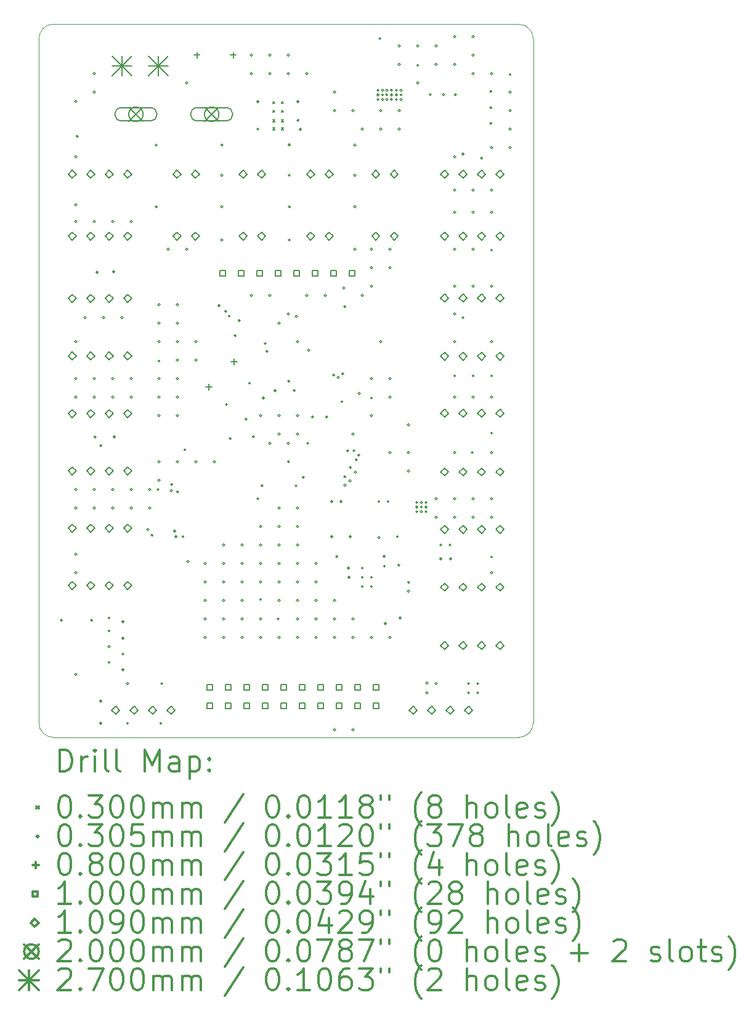
<source format=gbr>
%FSLAX45Y45*%
G04 Gerber Fmt 4.5, Leading zero omitted, Abs format (unit mm)*
G04 Created by KiCad (PCBNEW (5.1.10)-1) date 2021-09-30 10:01:24*
%MOMM*%
%LPD*%
G01*
G04 APERTURE LIST*
%TA.AperFunction,Profile*%
%ADD10C,0.050000*%
%TD*%
%ADD11C,0.200000*%
%ADD12C,0.300000*%
G04 APERTURE END LIST*
D10*
X26660500Y-2623800D02*
X20266000Y-2623800D01*
X20066000Y-12223800D02*
X20066000Y-2823800D01*
X20066000Y-2823800D02*
G75*
G02*
X20266000Y-2623800I200000J0D01*
G01*
X26860500Y-12223800D02*
X26860500Y-2823800D01*
X26660500Y-2623800D02*
G75*
G02*
X26860500Y-2823800I0J-200000D01*
G01*
X26660500Y-12423800D02*
X20266000Y-12423800D01*
X26860500Y-12223800D02*
G75*
G02*
X26660500Y-12423800I-200000J0D01*
G01*
X20266000Y-12423800D02*
G75*
G02*
X20066000Y-12223800I0J200000D01*
G01*
D11*
X23280300Y-3684600D02*
X23310300Y-3714600D01*
X23310300Y-3684600D02*
X23280300Y-3714600D01*
X23280300Y-3804600D02*
X23310300Y-3834600D01*
X23310300Y-3804600D02*
X23280300Y-3834600D01*
X23280300Y-3934600D02*
X23310300Y-3964600D01*
X23310300Y-3934600D02*
X23280300Y-3964600D01*
X23280300Y-4044600D02*
X23310300Y-4074600D01*
X23310300Y-4044600D02*
X23280300Y-4074600D01*
X23400300Y-3684600D02*
X23430300Y-3714600D01*
X23430300Y-3684600D02*
X23400300Y-3714600D01*
X23400300Y-3804600D02*
X23430300Y-3834600D01*
X23430300Y-3804600D02*
X23400300Y-3834600D01*
X23400300Y-3934600D02*
X23430300Y-3964600D01*
X23430300Y-3934600D02*
X23400300Y-3964600D01*
X23400300Y-4044600D02*
X23430300Y-4074600D01*
X23430300Y-4044600D02*
X23400300Y-4074600D01*
X20392390Y-10814100D02*
G75*
G03*
X20392390Y-10814100I-15240J0D01*
G01*
X20589240Y-3683000D02*
G75*
G03*
X20589240Y-3683000I-15240J0D01*
G01*
X20589240Y-4445000D02*
G75*
G03*
X20589240Y-4445000I-15240J0D01*
G01*
X20589240Y-5105400D02*
G75*
G03*
X20589240Y-5105400I-15240J0D01*
G01*
X20589240Y-5334000D02*
G75*
G03*
X20589240Y-5334000I-15240J0D01*
G01*
X20589240Y-6985000D02*
G75*
G03*
X20589240Y-6985000I-15240J0D01*
G01*
X20589240Y-7493000D02*
G75*
G03*
X20589240Y-7493000I-15240J0D01*
G01*
X20589240Y-7747000D02*
G75*
G03*
X20589240Y-7747000I-15240J0D01*
G01*
X20589240Y-9017000D02*
G75*
G03*
X20589240Y-9017000I-15240J0D01*
G01*
X20589240Y-9271000D02*
G75*
G03*
X20589240Y-9271000I-15240J0D01*
G01*
X20589240Y-9906000D02*
G75*
G03*
X20589240Y-9906000I-15240J0D01*
G01*
X20589240Y-10160000D02*
G75*
G03*
X20589240Y-10160000I-15240J0D01*
G01*
X20589240Y-11557000D02*
G75*
G03*
X20589240Y-11557000I-15240J0D01*
G01*
X20608290Y-4165550D02*
G75*
G03*
X20608290Y-4165550I-15240J0D01*
G01*
X20716240Y-6654800D02*
G75*
G03*
X20716240Y-6654800I-15240J0D01*
G01*
X20805140Y-10814100D02*
G75*
G03*
X20805140Y-10814100I-15240J0D01*
G01*
X20843240Y-3302000D02*
G75*
G03*
X20843240Y-3302000I-15240J0D01*
G01*
X20843240Y-3556000D02*
G75*
G03*
X20843240Y-3556000I-15240J0D01*
G01*
X20843240Y-5334000D02*
G75*
G03*
X20843240Y-5334000I-15240J0D01*
G01*
X20843240Y-7493000D02*
G75*
G03*
X20843240Y-7493000I-15240J0D01*
G01*
X20843240Y-7747000D02*
G75*
G03*
X20843240Y-7747000I-15240J0D01*
G01*
X20843240Y-9017000D02*
G75*
G03*
X20843240Y-9017000I-15240J0D01*
G01*
X20843240Y-9271000D02*
G75*
G03*
X20843240Y-9271000I-15240J0D01*
G01*
X20853400Y-8295640D02*
G75*
G03*
X20853400Y-8295640I-15240J0D01*
G01*
X20881340Y-6032500D02*
G75*
G03*
X20881340Y-6032500I-15240J0D01*
G01*
X20932140Y-11925300D02*
G75*
G03*
X20932140Y-11925300I-15240J0D01*
G01*
X20932140Y-12230100D02*
G75*
G03*
X20932140Y-12230100I-15240J0D01*
G01*
X20933971Y-8415439D02*
G75*
G03*
X20933971Y-8415439I-15240J0D01*
G01*
X20970240Y-6654800D02*
G75*
G03*
X20970240Y-6654800I-15240J0D01*
G01*
X21046440Y-10782300D02*
G75*
G03*
X21046440Y-10782300I-15240J0D01*
G01*
X21046440Y-10960100D02*
G75*
G03*
X21046440Y-10960100I-15240J0D01*
G01*
X21046440Y-11176000D02*
G75*
G03*
X21046440Y-11176000I-15240J0D01*
G01*
X21046440Y-11391900D02*
G75*
G03*
X21046440Y-11391900I-15240J0D01*
G01*
X21097240Y-5334000D02*
G75*
G03*
X21097240Y-5334000I-15240J0D01*
G01*
X21097240Y-7493000D02*
G75*
G03*
X21097240Y-7493000I-15240J0D01*
G01*
X21097240Y-7747000D02*
G75*
G03*
X21097240Y-7747000I-15240J0D01*
G01*
X21097240Y-9017000D02*
G75*
G03*
X21097240Y-9017000I-15240J0D01*
G01*
X21097240Y-9271000D02*
G75*
G03*
X21097240Y-9271000I-15240J0D01*
G01*
X21109941Y-6025299D02*
G75*
G03*
X21109941Y-6025299I-15240J0D01*
G01*
X21117558Y-8295642D02*
G75*
G03*
X21117558Y-8295642I-15240J0D01*
G01*
X21224240Y-6654800D02*
G75*
G03*
X21224240Y-6654800I-15240J0D01*
G01*
X21236940Y-10833100D02*
G75*
G03*
X21236940Y-10833100I-15240J0D01*
G01*
X21236940Y-11061700D02*
G75*
G03*
X21236940Y-11061700I-15240J0D01*
G01*
X21236940Y-11277600D02*
G75*
G03*
X21236940Y-11277600I-15240J0D01*
G01*
X21236940Y-11493500D02*
G75*
G03*
X21236940Y-11493500I-15240J0D01*
G01*
X21300440Y-11684000D02*
G75*
G03*
X21300440Y-11684000I-15240J0D01*
G01*
X21300440Y-12230100D02*
G75*
G03*
X21300440Y-12230100I-15240J0D01*
G01*
X21351240Y-5334000D02*
G75*
G03*
X21351240Y-5334000I-15240J0D01*
G01*
X21351240Y-7493000D02*
G75*
G03*
X21351240Y-7493000I-15240J0D01*
G01*
X21351240Y-7747000D02*
G75*
G03*
X21351240Y-7747000I-15240J0D01*
G01*
X21351240Y-9017000D02*
G75*
G03*
X21351240Y-9017000I-15240J0D01*
G01*
X21351240Y-9271000D02*
G75*
G03*
X21351240Y-9271000I-15240J0D01*
G01*
X21578138Y-9568585D02*
G75*
G03*
X21578138Y-9568585I-15240J0D01*
G01*
X21605240Y-9017000D02*
G75*
G03*
X21605240Y-9017000I-15240J0D01*
G01*
X21605240Y-9271000D02*
G75*
G03*
X21605240Y-9271000I-15240J0D01*
G01*
X21636139Y-9645586D02*
G75*
G03*
X21636139Y-9645586I-15240J0D01*
G01*
X21694140Y-4285310D02*
G75*
G03*
X21694140Y-4285310I-15240J0D01*
G01*
X21694140Y-5132400D02*
G75*
G03*
X21694140Y-5132400I-15240J0D01*
G01*
X21719540Y-9016999D02*
G75*
G03*
X21719540Y-9016999I-15240J0D01*
G01*
X21732240Y-6477000D02*
G75*
G03*
X21732240Y-6477000I-15240J0D01*
G01*
X21732240Y-6731000D02*
G75*
G03*
X21732240Y-6731000I-15240J0D01*
G01*
X21732240Y-6985000D02*
G75*
G03*
X21732240Y-6985000I-15240J0D01*
G01*
X21732240Y-7251700D02*
G75*
G03*
X21732240Y-7251700I-15240J0D01*
G01*
X21732240Y-7493000D02*
G75*
G03*
X21732240Y-7493000I-15240J0D01*
G01*
X21732240Y-7747000D02*
G75*
G03*
X21732240Y-7747000I-15240J0D01*
G01*
X21732240Y-8001000D02*
G75*
G03*
X21732240Y-8001000I-15240J0D01*
G01*
X21732240Y-8636000D02*
G75*
G03*
X21732240Y-8636000I-15240J0D01*
G01*
X21732240Y-8890000D02*
G75*
G03*
X21732240Y-8890000I-15240J0D01*
G01*
X21757640Y-12230100D02*
G75*
G03*
X21757640Y-12230100I-15240J0D01*
G01*
X21770340Y-11684000D02*
G75*
G03*
X21770340Y-11684000I-15240J0D01*
G01*
X21859240Y-5715000D02*
G75*
G03*
X21859240Y-5715000I-15240J0D01*
G01*
X21902397Y-9034757D02*
G75*
G03*
X21902397Y-9034757I-15240J0D01*
G01*
X21907127Y-8948001D02*
G75*
G03*
X21907127Y-8948001I-15240J0D01*
G01*
X21948140Y-9588500D02*
G75*
G03*
X21948140Y-9588500I-15240J0D01*
G01*
X21962540Y-9664700D02*
G75*
G03*
X21962540Y-9664700I-15240J0D01*
G01*
X21986240Y-6477000D02*
G75*
G03*
X21986240Y-6477000I-15240J0D01*
G01*
X21986240Y-6731000D02*
G75*
G03*
X21986240Y-6731000I-15240J0D01*
G01*
X21986240Y-6985000D02*
G75*
G03*
X21986240Y-6985000I-15240J0D01*
G01*
X21986240Y-7239000D02*
G75*
G03*
X21986240Y-7239000I-15240J0D01*
G01*
X21986240Y-7493000D02*
G75*
G03*
X21986240Y-7493000I-15240J0D01*
G01*
X21986240Y-7747000D02*
G75*
G03*
X21986240Y-7747000I-15240J0D01*
G01*
X21986240Y-8001000D02*
G75*
G03*
X21986240Y-8001000I-15240J0D01*
G01*
X21986240Y-8636000D02*
G75*
G03*
X21986240Y-8636000I-15240J0D01*
G01*
X21986240Y-9049601D02*
G75*
G03*
X21986240Y-9049601I-15240J0D01*
G01*
X22062440Y-9664700D02*
G75*
G03*
X22062440Y-9664700I-15240J0D01*
G01*
X22087840Y-8470900D02*
G75*
G03*
X22087840Y-8470900I-15240J0D01*
G01*
X22113240Y-3429000D02*
G75*
G03*
X22113240Y-3429000I-15240J0D01*
G01*
X22113240Y-5715000D02*
G75*
G03*
X22113240Y-5715000I-15240J0D01*
G01*
X22128899Y-10008870D02*
G75*
G03*
X22128899Y-10008870I-15240J0D01*
G01*
X22240240Y-6985000D02*
G75*
G03*
X22240240Y-6985000I-15240J0D01*
G01*
X22240240Y-7239000D02*
G75*
G03*
X22240240Y-7239000I-15240J0D01*
G01*
X22240240Y-8636000D02*
G75*
G03*
X22240240Y-8636000I-15240J0D01*
G01*
X22367240Y-10033000D02*
G75*
G03*
X22367240Y-10033000I-15240J0D01*
G01*
X22367240Y-10287000D02*
G75*
G03*
X22367240Y-10287000I-15240J0D01*
G01*
X22367240Y-10541000D02*
G75*
G03*
X22367240Y-10541000I-15240J0D01*
G01*
X22367240Y-10795000D02*
G75*
G03*
X22367240Y-10795000I-15240J0D01*
G01*
X22367240Y-11049000D02*
G75*
G03*
X22367240Y-11049000I-15240J0D01*
G01*
X22494240Y-8636000D02*
G75*
G03*
X22494240Y-8636000I-15240J0D01*
G01*
X22557740Y-6489700D02*
G75*
G03*
X22557740Y-6489700I-15240J0D01*
G01*
X22595840Y-4699000D02*
G75*
G03*
X22595840Y-4699000I-15240J0D01*
G01*
X22595840Y-5132400D02*
G75*
G03*
X22595840Y-5132400I-15240J0D01*
G01*
X22595840Y-5588000D02*
G75*
G03*
X22595840Y-5588000I-15240J0D01*
G01*
X22598545Y-4282605D02*
G75*
G03*
X22598545Y-4282605I-15240J0D01*
G01*
X22621240Y-9779000D02*
G75*
G03*
X22621240Y-9779000I-15240J0D01*
G01*
X22621240Y-10033000D02*
G75*
G03*
X22621240Y-10033000I-15240J0D01*
G01*
X22621240Y-10287000D02*
G75*
G03*
X22621240Y-10287000I-15240J0D01*
G01*
X22621240Y-10541000D02*
G75*
G03*
X22621240Y-10541000I-15240J0D01*
G01*
X22621240Y-10795000D02*
G75*
G03*
X22621240Y-10795000I-15240J0D01*
G01*
X22621240Y-11049000D02*
G75*
G03*
X22621240Y-11049000I-15240J0D01*
G01*
X22646640Y-6568394D02*
G75*
G03*
X22646640Y-6568394I-15240J0D01*
G01*
X22659340Y-7848600D02*
G75*
G03*
X22659340Y-7848600I-15240J0D01*
G01*
X22697440Y-6634480D02*
G75*
G03*
X22697440Y-6634480I-15240J0D01*
G01*
X22712340Y-8317000D02*
G75*
G03*
X22712340Y-8317000I-15240J0D01*
G01*
X22779990Y-6902450D02*
G75*
G03*
X22779990Y-6902450I-15240J0D01*
G01*
X22834600Y-6695440D02*
G75*
G03*
X22834600Y-6695440I-15240J0D01*
G01*
X22875240Y-9779000D02*
G75*
G03*
X22875240Y-9779000I-15240J0D01*
G01*
X22875240Y-10033000D02*
G75*
G03*
X22875240Y-10033000I-15240J0D01*
G01*
X22875240Y-10287000D02*
G75*
G03*
X22875240Y-10287000I-15240J0D01*
G01*
X22875240Y-10541000D02*
G75*
G03*
X22875240Y-10541000I-15240J0D01*
G01*
X22875240Y-10795000D02*
G75*
G03*
X22875240Y-10795000I-15240J0D01*
G01*
X22875240Y-11049000D02*
G75*
G03*
X22875240Y-11049000I-15240J0D01*
G01*
X22928240Y-8050300D02*
G75*
G03*
X22928240Y-8050300I-15240J0D01*
G01*
X22976840Y-7556500D02*
G75*
G03*
X22976840Y-7556500I-15240J0D01*
G01*
X23002240Y-3048000D02*
G75*
G03*
X23002240Y-3048000I-15240J0D01*
G01*
X23002240Y-3302000D02*
G75*
G03*
X23002240Y-3302000I-15240J0D01*
G01*
X23002240Y-6350000D02*
G75*
G03*
X23002240Y-6350000I-15240J0D01*
G01*
X23029840Y-8291600D02*
G75*
G03*
X23029840Y-8291600I-15240J0D01*
G01*
X23091140Y-3689350D02*
G75*
G03*
X23091140Y-3689350I-15240J0D01*
G01*
X23091140Y-4064000D02*
G75*
G03*
X23091140Y-4064000I-15240J0D01*
G01*
X23091140Y-9144000D02*
G75*
G03*
X23091140Y-9144000I-15240J0D01*
G01*
X23129240Y-8001000D02*
G75*
G03*
X23129240Y-8001000I-15240J0D01*
G01*
X23129240Y-9525000D02*
G75*
G03*
X23129240Y-9525000I-15240J0D01*
G01*
X23129240Y-9779000D02*
G75*
G03*
X23129240Y-9779000I-15240J0D01*
G01*
X23129240Y-10033000D02*
G75*
G03*
X23129240Y-10033000I-15240J0D01*
G01*
X23129240Y-10287000D02*
G75*
G03*
X23129240Y-10287000I-15240J0D01*
G01*
X23129240Y-10528300D02*
G75*
G03*
X23129240Y-10528300I-15240J0D01*
G01*
X23129240Y-10795000D02*
G75*
G03*
X23129240Y-10795000I-15240J0D01*
G01*
X23129240Y-11049000D02*
G75*
G03*
X23129240Y-11049000I-15240J0D01*
G01*
X23148290Y-8966200D02*
G75*
G03*
X23148290Y-8966200I-15240J0D01*
G01*
X23167340Y-7759700D02*
G75*
G03*
X23167340Y-7759700I-15240J0D01*
G01*
X23192740Y-7010400D02*
G75*
G03*
X23192740Y-7010400I-15240J0D01*
G01*
X23213479Y-7118350D02*
G75*
G03*
X23213479Y-7118350I-15240J0D01*
G01*
X23256240Y-3048000D02*
G75*
G03*
X23256240Y-3048000I-15240J0D01*
G01*
X23256240Y-3302000D02*
G75*
G03*
X23256240Y-3302000I-15240J0D01*
G01*
X23256240Y-6350000D02*
G75*
G03*
X23256240Y-6350000I-15240J0D01*
G01*
X23256240Y-8382000D02*
G75*
G03*
X23256240Y-8382000I-15240J0D01*
G01*
X23326090Y-7658100D02*
G75*
G03*
X23326090Y-7658100I-15240J0D01*
G01*
X23370540Y-10795000D02*
G75*
G03*
X23370540Y-10795000I-15240J0D01*
G01*
X23383240Y-6731000D02*
G75*
G03*
X23383240Y-6731000I-15240J0D01*
G01*
X23383240Y-8001000D02*
G75*
G03*
X23383240Y-8001000I-15240J0D01*
G01*
X23383240Y-8255000D02*
G75*
G03*
X23383240Y-8255000I-15240J0D01*
G01*
X23383240Y-9271000D02*
G75*
G03*
X23383240Y-9271000I-15240J0D01*
G01*
X23383240Y-9525000D02*
G75*
G03*
X23383240Y-9525000I-15240J0D01*
G01*
X23383240Y-9779000D02*
G75*
G03*
X23383240Y-9779000I-15240J0D01*
G01*
X23383240Y-10033000D02*
G75*
G03*
X23383240Y-10033000I-15240J0D01*
G01*
X23383240Y-10287000D02*
G75*
G03*
X23383240Y-10287000I-15240J0D01*
G01*
X23383240Y-10541000D02*
G75*
G03*
X23383240Y-10541000I-15240J0D01*
G01*
X23383240Y-11049000D02*
G75*
G03*
X23383240Y-11049000I-15240J0D01*
G01*
X23510240Y-3048000D02*
G75*
G03*
X23510240Y-3048000I-15240J0D01*
G01*
X23510240Y-3302000D02*
G75*
G03*
X23510240Y-3302000I-15240J0D01*
G01*
X23510240Y-6604000D02*
G75*
G03*
X23510240Y-6604000I-15240J0D01*
G01*
X23510240Y-8382000D02*
G75*
G03*
X23510240Y-8382000I-15240J0D01*
G01*
X23512440Y-8634500D02*
G75*
G03*
X23512440Y-8634500I-15240J0D01*
G01*
X23516590Y-7531099D02*
G75*
G03*
X23516590Y-7531099I-15240J0D01*
G01*
X23522940Y-4279900D02*
G75*
G03*
X23522940Y-4279900I-15240J0D01*
G01*
X23522940Y-4699000D02*
G75*
G03*
X23522940Y-4699000I-15240J0D01*
G01*
X23522940Y-5588000D02*
G75*
G03*
X23522940Y-5588000I-15240J0D01*
G01*
X23523740Y-5131600D02*
G75*
G03*
X23523740Y-5131600I-15240J0D01*
G01*
X23592790Y-7658100D02*
G75*
G03*
X23592790Y-7658100I-15240J0D01*
G01*
X23615650Y-8966200D02*
G75*
G03*
X23615650Y-8966200I-15240J0D01*
G01*
X23621344Y-6638946D02*
G75*
G03*
X23621344Y-6638946I-15240J0D01*
G01*
X23637240Y-6985000D02*
G75*
G03*
X23637240Y-6985000I-15240J0D01*
G01*
X23637240Y-8001000D02*
G75*
G03*
X23637240Y-8001000I-15240J0D01*
G01*
X23637240Y-8255000D02*
G75*
G03*
X23637240Y-8255000I-15240J0D01*
G01*
X23637240Y-9271000D02*
G75*
G03*
X23637240Y-9271000I-15240J0D01*
G01*
X23637240Y-9525000D02*
G75*
G03*
X23637240Y-9525000I-15240J0D01*
G01*
X23637240Y-9779000D02*
G75*
G03*
X23637240Y-9779000I-15240J0D01*
G01*
X23637240Y-10033000D02*
G75*
G03*
X23637240Y-10033000I-15240J0D01*
G01*
X23637240Y-10287000D02*
G75*
G03*
X23637240Y-10287000I-15240J0D01*
G01*
X23637240Y-10541000D02*
G75*
G03*
X23637240Y-10541000I-15240J0D01*
G01*
X23637240Y-10795000D02*
G75*
G03*
X23637240Y-10795000I-15240J0D01*
G01*
X23637240Y-11049000D02*
G75*
G03*
X23637240Y-11049000I-15240J0D01*
G01*
X23640540Y-3689100D02*
G75*
G03*
X23640540Y-3689100I-15240J0D01*
G01*
X23643590Y-3943350D02*
G75*
G03*
X23643590Y-3943350I-15240J0D01*
G01*
X23675590Y-4070100D02*
G75*
G03*
X23675590Y-4070100I-15240J0D01*
G01*
X23715640Y-8849779D02*
G75*
G03*
X23715640Y-8849779I-15240J0D01*
G01*
X23764240Y-3302000D02*
G75*
G03*
X23764240Y-3302000I-15240J0D01*
G01*
X23764240Y-6350000D02*
G75*
G03*
X23764240Y-6350000I-15240J0D01*
G01*
X23776940Y-8382000D02*
G75*
G03*
X23776940Y-8382000I-15240J0D01*
G01*
X23789639Y-7105650D02*
G75*
G03*
X23789639Y-7105650I-15240J0D01*
G01*
X23840440Y-8020949D02*
G75*
G03*
X23840440Y-8020949I-15240J0D01*
G01*
X23891240Y-10033000D02*
G75*
G03*
X23891240Y-10033000I-15240J0D01*
G01*
X23891240Y-10287000D02*
G75*
G03*
X23891240Y-10287000I-15240J0D01*
G01*
X23891240Y-10541000D02*
G75*
G03*
X23891240Y-10541000I-15240J0D01*
G01*
X23891240Y-10795000D02*
G75*
G03*
X23891240Y-10795000I-15240J0D01*
G01*
X23891240Y-11049000D02*
G75*
G03*
X23891240Y-11049000I-15240J0D01*
G01*
X24018240Y-6350000D02*
G75*
G03*
X24018240Y-6350000I-15240J0D01*
G01*
X24037290Y-8020050D02*
G75*
G03*
X24037290Y-8020050I-15240J0D01*
G01*
X24107140Y-9182100D02*
G75*
G03*
X24107140Y-9182100I-15240J0D01*
G01*
X24107140Y-9664700D02*
G75*
G03*
X24107140Y-9664700I-15240J0D01*
G01*
X24132146Y-7444769D02*
G75*
G03*
X24132146Y-7444769I-15240J0D01*
G01*
X24145240Y-3556000D02*
G75*
G03*
X24145240Y-3556000I-15240J0D01*
G01*
X24145240Y-3810000D02*
G75*
G03*
X24145240Y-3810000I-15240J0D01*
G01*
X24145240Y-10541000D02*
G75*
G03*
X24145240Y-10541000I-15240J0D01*
G01*
X24145240Y-10795000D02*
G75*
G03*
X24145240Y-10795000I-15240J0D01*
G01*
X24145240Y-11049000D02*
G75*
G03*
X24145240Y-11049000I-15240J0D01*
G01*
X24145240Y-12319000D02*
G75*
G03*
X24145240Y-12319000I-15240J0D01*
G01*
X24177841Y-9937750D02*
G75*
G03*
X24177841Y-9937750I-15240J0D01*
G01*
X24195886Y-7475363D02*
G75*
G03*
X24195886Y-7475363I-15240J0D01*
G01*
X24234140Y-9182100D02*
G75*
G03*
X24234140Y-9182100I-15240J0D01*
G01*
X24246840Y-7810500D02*
G75*
G03*
X24246840Y-7810500I-15240J0D01*
G01*
X24255624Y-7427797D02*
G75*
G03*
X24255624Y-7427797I-15240J0D01*
G01*
X24272240Y-6248400D02*
G75*
G03*
X24272240Y-6248400I-15240J0D01*
G01*
X24284940Y-8841740D02*
G75*
G03*
X24284940Y-8841740I-15240J0D01*
G01*
X24287670Y-6505779D02*
G75*
G03*
X24287670Y-6505779I-15240J0D01*
G01*
X24290553Y-8958161D02*
G75*
G03*
X24290553Y-8958161I-15240J0D01*
G01*
X24324310Y-8485721D02*
G75*
G03*
X24324310Y-8485721I-15240J0D01*
G01*
X24335740Y-10096500D02*
G75*
G03*
X24335740Y-10096500I-15240J0D01*
G01*
X24342090Y-10223500D02*
G75*
G03*
X24342090Y-10223500I-15240J0D01*
G01*
X24356060Y-8900160D02*
G75*
G03*
X24356060Y-8900160I-15240J0D01*
G01*
X24361140Y-9664700D02*
G75*
G03*
X24361140Y-9664700I-15240J0D01*
G01*
X24362410Y-8716010D02*
G75*
G03*
X24362410Y-8716010I-15240J0D01*
G01*
X24399240Y-3810000D02*
G75*
G03*
X24399240Y-3810000I-15240J0D01*
G01*
X24399240Y-8255000D02*
G75*
G03*
X24399240Y-8255000I-15240J0D01*
G01*
X24399240Y-10795000D02*
G75*
G03*
X24399240Y-10795000I-15240J0D01*
G01*
X24399240Y-11049000D02*
G75*
G03*
X24399240Y-11049000I-15240J0D01*
G01*
X24399240Y-12319000D02*
G75*
G03*
X24399240Y-12319000I-15240J0D01*
G01*
X24411939Y-8483601D02*
G75*
G03*
X24411939Y-8483601I-15240J0D01*
G01*
X24424640Y-4285310D02*
G75*
G03*
X24424640Y-4285310I-15240J0D01*
G01*
X24424640Y-4699000D02*
G75*
G03*
X24424640Y-4699000I-15240J0D01*
G01*
X24424640Y-5132400D02*
G75*
G03*
X24424640Y-5132400I-15240J0D01*
G01*
X24424640Y-5715000D02*
G75*
G03*
X24424640Y-5715000I-15240J0D01*
G01*
X24433530Y-8780780D02*
G75*
G03*
X24433530Y-8780780I-15240J0D01*
G01*
X24443123Y-8608578D02*
G75*
G03*
X24443123Y-8608578I-15240J0D01*
G01*
X24475190Y-8545567D02*
G75*
G03*
X24475190Y-8545567I-15240J0D01*
G01*
X24481790Y-7696200D02*
G75*
G03*
X24481790Y-7696200I-15240J0D01*
G01*
X24526240Y-4064000D02*
G75*
G03*
X24526240Y-4064000I-15240J0D01*
G01*
X24526240Y-6350000D02*
G75*
G03*
X24526240Y-6350000I-15240J0D01*
G01*
X24526240Y-10096500D02*
G75*
G03*
X24526240Y-10096500I-15240J0D01*
G01*
X24526240Y-10223500D02*
G75*
G03*
X24526240Y-10223500I-15240J0D01*
G01*
X24526240Y-10350500D02*
G75*
G03*
X24526240Y-10350500I-15240J0D01*
G01*
X24653240Y-5715000D02*
G75*
G03*
X24653240Y-5715000I-15240J0D01*
G01*
X24653240Y-5969000D02*
G75*
G03*
X24653240Y-5969000I-15240J0D01*
G01*
X24653240Y-6223000D02*
G75*
G03*
X24653240Y-6223000I-15240J0D01*
G01*
X24653240Y-7493000D02*
G75*
G03*
X24653240Y-7493000I-15240J0D01*
G01*
X24653240Y-7759700D02*
G75*
G03*
X24653240Y-7759700I-15240J0D01*
G01*
X24653240Y-8001000D02*
G75*
G03*
X24653240Y-8001000I-15240J0D01*
G01*
X24653240Y-10223500D02*
G75*
G03*
X24653240Y-10223500I-15240J0D01*
G01*
X24653240Y-10350500D02*
G75*
G03*
X24653240Y-10350500I-15240J0D01*
G01*
X24653240Y-11049000D02*
G75*
G03*
X24653240Y-11049000I-15240J0D01*
G01*
X24742140Y-3530600D02*
G75*
G03*
X24742140Y-3530600I-15240J0D01*
G01*
X24742140Y-3594100D02*
G75*
G03*
X24742140Y-3594100I-15240J0D01*
G01*
X24742140Y-3657600D02*
G75*
G03*
X24742140Y-3657600I-15240J0D01*
G01*
X24754840Y-9182100D02*
G75*
G03*
X24754840Y-9182100I-15240J0D01*
G01*
X24754840Y-9677400D02*
G75*
G03*
X24754840Y-9677400I-15240J0D01*
G01*
X24767540Y-2819400D02*
G75*
G03*
X24767540Y-2819400I-15240J0D01*
G01*
X24780240Y-3810000D02*
G75*
G03*
X24780240Y-3810000I-15240J0D01*
G01*
X24780240Y-4064000D02*
G75*
G03*
X24780240Y-4064000I-15240J0D01*
G01*
X24780240Y-6985000D02*
G75*
G03*
X24780240Y-6985000I-15240J0D01*
G01*
X24805640Y-3530600D02*
G75*
G03*
X24805640Y-3530600I-15240J0D01*
G01*
X24805640Y-3594100D02*
G75*
G03*
X24805640Y-3594100I-15240J0D01*
G01*
X24805640Y-3657600D02*
G75*
G03*
X24805640Y-3657600I-15240J0D01*
G01*
X24825541Y-9937750D02*
G75*
G03*
X24825541Y-9937750I-15240J0D01*
G01*
X24831040Y-10071100D02*
G75*
G03*
X24831040Y-10071100I-15240J0D01*
G01*
X24843740Y-10858500D02*
G75*
G03*
X24843740Y-10858500I-15240J0D01*
G01*
X24862790Y-3530600D02*
G75*
G03*
X24862790Y-3530600I-15240J0D01*
G01*
X24862790Y-3594100D02*
G75*
G03*
X24862790Y-3594100I-15240J0D01*
G01*
X24862790Y-3657600D02*
G75*
G03*
X24862790Y-3657600I-15240J0D01*
G01*
X24881840Y-9182100D02*
G75*
G03*
X24881840Y-9182100I-15240J0D01*
G01*
X24907240Y-5715000D02*
G75*
G03*
X24907240Y-5715000I-15240J0D01*
G01*
X24907240Y-5969000D02*
G75*
G03*
X24907240Y-5969000I-15240J0D01*
G01*
X24907240Y-7493000D02*
G75*
G03*
X24907240Y-7493000I-15240J0D01*
G01*
X24907240Y-7747000D02*
G75*
G03*
X24907240Y-7747000I-15240J0D01*
G01*
X24907240Y-8509000D02*
G75*
G03*
X24907240Y-8509000I-15240J0D01*
G01*
X24907240Y-11049000D02*
G75*
G03*
X24907240Y-11049000I-15240J0D01*
G01*
X24926290Y-3530600D02*
G75*
G03*
X24926290Y-3530600I-15240J0D01*
G01*
X24926290Y-3594100D02*
G75*
G03*
X24926290Y-3594100I-15240J0D01*
G01*
X24926290Y-3657600D02*
G75*
G03*
X24926290Y-3657600I-15240J0D01*
G01*
X24996140Y-3530600D02*
G75*
G03*
X24996140Y-3530600I-15240J0D01*
G01*
X24996140Y-3594100D02*
G75*
G03*
X24996140Y-3594100I-15240J0D01*
G01*
X24996140Y-3657600D02*
G75*
G03*
X24996140Y-3657600I-15240J0D01*
G01*
X25008840Y-9664700D02*
G75*
G03*
X25008840Y-9664700I-15240J0D01*
G01*
X25027890Y-10058400D02*
G75*
G03*
X25027890Y-10058400I-15240J0D01*
G01*
X25034240Y-2921000D02*
G75*
G03*
X25034240Y-2921000I-15240J0D01*
G01*
X25034240Y-3175000D02*
G75*
G03*
X25034240Y-3175000I-15240J0D01*
G01*
X25034240Y-3810000D02*
G75*
G03*
X25034240Y-3810000I-15240J0D01*
G01*
X25034240Y-4064000D02*
G75*
G03*
X25034240Y-4064000I-15240J0D01*
G01*
X25046940Y-10782300D02*
G75*
G03*
X25046940Y-10782300I-15240J0D01*
G01*
X25059640Y-3530600D02*
G75*
G03*
X25059640Y-3530600I-15240J0D01*
G01*
X25059640Y-3594100D02*
G75*
G03*
X25059640Y-3594100I-15240J0D01*
G01*
X25059640Y-3657600D02*
G75*
G03*
X25059640Y-3657600I-15240J0D01*
G01*
X25161240Y-8128000D02*
G75*
G03*
X25161240Y-8128000I-15240J0D01*
G01*
X25161240Y-8509000D02*
G75*
G03*
X25161240Y-8509000I-15240J0D01*
G01*
X25161240Y-8763000D02*
G75*
G03*
X25161240Y-8763000I-15240J0D01*
G01*
X25161240Y-10293350D02*
G75*
G03*
X25161240Y-10293350I-15240J0D01*
G01*
X25161240Y-10414000D02*
G75*
G03*
X25161240Y-10414000I-15240J0D01*
G01*
X25275540Y-9194800D02*
G75*
G03*
X25275540Y-9194800I-15240J0D01*
G01*
X25275540Y-9258300D02*
G75*
G03*
X25275540Y-9258300I-15240J0D01*
G01*
X25275540Y-9321800D02*
G75*
G03*
X25275540Y-9321800I-15240J0D01*
G01*
X25288240Y-2921000D02*
G75*
G03*
X25288240Y-2921000I-15240J0D01*
G01*
X25288240Y-3187700D02*
G75*
G03*
X25288240Y-3187700I-15240J0D01*
G01*
X25288240Y-3429000D02*
G75*
G03*
X25288240Y-3429000I-15240J0D01*
G01*
X25339040Y-9194800D02*
G75*
G03*
X25339040Y-9194800I-15240J0D01*
G01*
X25339040Y-9258300D02*
G75*
G03*
X25339040Y-9258300I-15240J0D01*
G01*
X25339040Y-9321800D02*
G75*
G03*
X25339040Y-9321800I-15240J0D01*
G01*
X25402540Y-9194800D02*
G75*
G03*
X25402540Y-9194800I-15240J0D01*
G01*
X25402540Y-9258300D02*
G75*
G03*
X25402540Y-9258300I-15240J0D01*
G01*
X25402540Y-9321800D02*
G75*
G03*
X25402540Y-9321800I-15240J0D01*
G01*
X25415240Y-11677650D02*
G75*
G03*
X25415240Y-11677650I-15240J0D01*
G01*
X25415240Y-11811000D02*
G75*
G03*
X25415240Y-11811000I-15240J0D01*
G01*
X25460960Y-3591560D02*
G75*
G03*
X25460960Y-3591560I-15240J0D01*
G01*
X25542240Y-2921000D02*
G75*
G03*
X25542240Y-2921000I-15240J0D01*
G01*
X25542240Y-3175000D02*
G75*
G03*
X25542240Y-3175000I-15240J0D01*
G01*
X25542240Y-9144000D02*
G75*
G03*
X25542240Y-9144000I-15240J0D01*
G01*
X25542240Y-9398000D02*
G75*
G03*
X25542240Y-9398000I-15240J0D01*
G01*
X25542240Y-11684000D02*
G75*
G03*
X25542240Y-11684000I-15240J0D01*
G01*
X25605740Y-9779000D02*
G75*
G03*
X25605740Y-9779000I-15240J0D01*
G01*
X25605740Y-9969500D02*
G75*
G03*
X25605740Y-9969500I-15240J0D01*
G01*
X25643840Y-3591560D02*
G75*
G03*
X25643840Y-3591560I-15240J0D01*
G01*
X25732740Y-9779000D02*
G75*
G03*
X25732740Y-9779000I-15240J0D01*
G01*
X25739090Y-9969500D02*
G75*
G03*
X25739090Y-9969500I-15240J0D01*
G01*
X25796240Y-2794000D02*
G75*
G03*
X25796240Y-2794000I-15240J0D01*
G01*
X25796240Y-3175000D02*
G75*
G03*
X25796240Y-3175000I-15240J0D01*
G01*
X25796240Y-4445000D02*
G75*
G03*
X25796240Y-4445000I-15240J0D01*
G01*
X25796240Y-4902200D02*
G75*
G03*
X25796240Y-4902200I-15240J0D01*
G01*
X25796240Y-5207000D02*
G75*
G03*
X25796240Y-5207000I-15240J0D01*
G01*
X25796240Y-5715000D02*
G75*
G03*
X25796240Y-5715000I-15240J0D01*
G01*
X25796240Y-6223000D02*
G75*
G03*
X25796240Y-6223000I-15240J0D01*
G01*
X25796240Y-6604000D02*
G75*
G03*
X25796240Y-6604000I-15240J0D01*
G01*
X25796240Y-6985000D02*
G75*
G03*
X25796240Y-6985000I-15240J0D01*
G01*
X25796240Y-7454900D02*
G75*
G03*
X25796240Y-7454900I-15240J0D01*
G01*
X25796240Y-7747000D02*
G75*
G03*
X25796240Y-7747000I-15240J0D01*
G01*
X25796240Y-8509000D02*
G75*
G03*
X25796240Y-8509000I-15240J0D01*
G01*
X25796240Y-9144000D02*
G75*
G03*
X25796240Y-9144000I-15240J0D01*
G01*
X25796240Y-9398000D02*
G75*
G03*
X25796240Y-9398000I-15240J0D01*
G01*
X25806400Y-3591560D02*
G75*
G03*
X25806400Y-3591560I-15240J0D01*
G01*
X25909270Y-6654800D02*
G75*
G03*
X25909270Y-6654800I-15240J0D01*
G01*
X25910540Y-4406900D02*
G75*
G03*
X25910540Y-4406900I-15240J0D01*
G01*
X25986740Y-11684000D02*
G75*
G03*
X25986740Y-11684000I-15240J0D01*
G01*
X25986740Y-11811000D02*
G75*
G03*
X25986740Y-11811000I-15240J0D01*
G01*
X26037540Y-8509000D02*
G75*
G03*
X26037540Y-8509000I-15240J0D01*
G01*
X26050240Y-2794000D02*
G75*
G03*
X26050240Y-2794000I-15240J0D01*
G01*
X26050240Y-3048000D02*
G75*
G03*
X26050240Y-3048000I-15240J0D01*
G01*
X26050240Y-3302000D02*
G75*
G03*
X26050240Y-3302000I-15240J0D01*
G01*
X26050240Y-4902200D02*
G75*
G03*
X26050240Y-4902200I-15240J0D01*
G01*
X26050240Y-5207000D02*
G75*
G03*
X26050240Y-5207000I-15240J0D01*
G01*
X26050240Y-5715000D02*
G75*
G03*
X26050240Y-5715000I-15240J0D01*
G01*
X26050240Y-6223000D02*
G75*
G03*
X26050240Y-6223000I-15240J0D01*
G01*
X26050240Y-7454900D02*
G75*
G03*
X26050240Y-7454900I-15240J0D01*
G01*
X26050240Y-7747000D02*
G75*
G03*
X26050240Y-7747000I-15240J0D01*
G01*
X26050240Y-9144000D02*
G75*
G03*
X26050240Y-9144000I-15240J0D01*
G01*
X26050240Y-9398000D02*
G75*
G03*
X26050240Y-9398000I-15240J0D01*
G01*
X26113740Y-11684000D02*
G75*
G03*
X26113740Y-11684000I-15240J0D01*
G01*
X26113740Y-11811000D02*
G75*
G03*
X26113740Y-11811000I-15240J0D01*
G01*
X26164540Y-4464901D02*
G75*
G03*
X26164540Y-4464901I-15240J0D01*
G01*
X26292440Y-3545840D02*
G75*
G03*
X26292440Y-3545840I-15240J0D01*
G01*
X26292440Y-3769360D02*
G75*
G03*
X26292440Y-3769360I-15240J0D01*
G01*
X26292440Y-3987800D02*
G75*
G03*
X26292440Y-3987800I-15240J0D01*
G01*
X26304240Y-3302000D02*
G75*
G03*
X26304240Y-3302000I-15240J0D01*
G01*
X26304240Y-4318000D02*
G75*
G03*
X26304240Y-4318000I-15240J0D01*
G01*
X26304240Y-4902200D02*
G75*
G03*
X26304240Y-4902200I-15240J0D01*
G01*
X26304240Y-5207000D02*
G75*
G03*
X26304240Y-5207000I-15240J0D01*
G01*
X26304240Y-5727700D02*
G75*
G03*
X26304240Y-5727700I-15240J0D01*
G01*
X26304240Y-6223000D02*
G75*
G03*
X26304240Y-6223000I-15240J0D01*
G01*
X26304240Y-6985000D02*
G75*
G03*
X26304240Y-6985000I-15240J0D01*
G01*
X26304240Y-7454900D02*
G75*
G03*
X26304240Y-7454900I-15240J0D01*
G01*
X26304240Y-7747000D02*
G75*
G03*
X26304240Y-7747000I-15240J0D01*
G01*
X26304240Y-8242300D02*
G75*
G03*
X26304240Y-8242300I-15240J0D01*
G01*
X26304240Y-8509000D02*
G75*
G03*
X26304240Y-8509000I-15240J0D01*
G01*
X26304240Y-9144000D02*
G75*
G03*
X26304240Y-9144000I-15240J0D01*
G01*
X26304240Y-9398000D02*
G75*
G03*
X26304240Y-9398000I-15240J0D01*
G01*
X26304240Y-9944100D02*
G75*
G03*
X26304240Y-9944100I-15240J0D01*
G01*
X26304240Y-10160000D02*
G75*
G03*
X26304240Y-10160000I-15240J0D01*
G01*
X26558240Y-3314700D02*
G75*
G03*
X26558240Y-3314700I-15240J0D01*
G01*
X26558240Y-3556000D02*
G75*
G03*
X26558240Y-3556000I-15240J0D01*
G01*
X26558240Y-3810000D02*
G75*
G03*
X26558240Y-3810000I-15240J0D01*
G01*
X26558240Y-4064000D02*
G75*
G03*
X26558240Y-4064000I-15240J0D01*
G01*
X26558240Y-4318000D02*
G75*
G03*
X26558240Y-4318000I-15240J0D01*
G01*
X22237700Y-3008000D02*
X22237700Y-3088000D01*
X22197700Y-3048000D02*
X22277700Y-3048000D01*
X22402800Y-7567300D02*
X22402800Y-7647300D01*
X22362800Y-7607300D02*
X22442800Y-7607300D01*
X22737700Y-3008000D02*
X22737700Y-3088000D01*
X22697700Y-3048000D02*
X22777700Y-3048000D01*
X22747868Y-7222232D02*
X22747868Y-7302232D01*
X22707868Y-7262232D02*
X22787868Y-7262232D01*
X22450856Y-11770156D02*
X22450856Y-11699444D01*
X22380144Y-11699444D01*
X22380144Y-11770156D01*
X22450856Y-11770156D01*
X22450856Y-12024156D02*
X22450856Y-11953444D01*
X22380144Y-11953444D01*
X22380144Y-12024156D01*
X22450856Y-12024156D01*
X22628656Y-6080556D02*
X22628656Y-6009844D01*
X22557944Y-6009844D01*
X22557944Y-6080556D01*
X22628656Y-6080556D01*
X22704856Y-11770156D02*
X22704856Y-11699444D01*
X22634144Y-11699444D01*
X22634144Y-11770156D01*
X22704856Y-11770156D01*
X22704856Y-12024156D02*
X22704856Y-11953444D01*
X22634144Y-11953444D01*
X22634144Y-12024156D01*
X22704856Y-12024156D01*
X22882656Y-6080556D02*
X22882656Y-6009844D01*
X22811944Y-6009844D01*
X22811944Y-6080556D01*
X22882656Y-6080556D01*
X22958856Y-11770156D02*
X22958856Y-11699444D01*
X22888144Y-11699444D01*
X22888144Y-11770156D01*
X22958856Y-11770156D01*
X22958856Y-12024156D02*
X22958856Y-11953444D01*
X22888144Y-11953444D01*
X22888144Y-12024156D01*
X22958856Y-12024156D01*
X23136656Y-6080556D02*
X23136656Y-6009844D01*
X23065944Y-6009844D01*
X23065944Y-6080556D01*
X23136656Y-6080556D01*
X23212856Y-11770156D02*
X23212856Y-11699444D01*
X23142144Y-11699444D01*
X23142144Y-11770156D01*
X23212856Y-11770156D01*
X23212856Y-12024156D02*
X23212856Y-11953444D01*
X23142144Y-11953444D01*
X23142144Y-12024156D01*
X23212856Y-12024156D01*
X23390656Y-6080556D02*
X23390656Y-6009844D01*
X23319944Y-6009844D01*
X23319944Y-6080556D01*
X23390656Y-6080556D01*
X23466856Y-11770156D02*
X23466856Y-11699444D01*
X23396144Y-11699444D01*
X23396144Y-11770156D01*
X23466856Y-11770156D01*
X23466856Y-12024156D02*
X23466856Y-11953444D01*
X23396144Y-11953444D01*
X23396144Y-12024156D01*
X23466856Y-12024156D01*
X23644656Y-6080556D02*
X23644656Y-6009844D01*
X23573944Y-6009844D01*
X23573944Y-6080556D01*
X23644656Y-6080556D01*
X23720856Y-11770156D02*
X23720856Y-11699444D01*
X23650144Y-11699444D01*
X23650144Y-11770156D01*
X23720856Y-11770156D01*
X23720856Y-12024156D02*
X23720856Y-11953444D01*
X23650144Y-11953444D01*
X23650144Y-12024156D01*
X23720856Y-12024156D01*
X23898656Y-6080556D02*
X23898656Y-6009844D01*
X23827944Y-6009844D01*
X23827944Y-6080556D01*
X23898656Y-6080556D01*
X23974856Y-11770156D02*
X23974856Y-11699444D01*
X23904144Y-11699444D01*
X23904144Y-11770156D01*
X23974856Y-11770156D01*
X23974856Y-12024156D02*
X23974856Y-11953444D01*
X23904144Y-11953444D01*
X23904144Y-12024156D01*
X23974856Y-12024156D01*
X24152656Y-6080556D02*
X24152656Y-6009844D01*
X24081944Y-6009844D01*
X24081944Y-6080556D01*
X24152656Y-6080556D01*
X24228856Y-11770156D02*
X24228856Y-11699444D01*
X24158144Y-11699444D01*
X24158144Y-11770156D01*
X24228856Y-11770156D01*
X24228856Y-12024156D02*
X24228856Y-11953444D01*
X24158144Y-11953444D01*
X24158144Y-12024156D01*
X24228856Y-12024156D01*
X24406656Y-6080556D02*
X24406656Y-6009844D01*
X24335944Y-6009844D01*
X24335944Y-6080556D01*
X24406656Y-6080556D01*
X24482856Y-11770156D02*
X24482856Y-11699444D01*
X24412144Y-11699444D01*
X24412144Y-11770156D01*
X24482856Y-11770156D01*
X24482856Y-12024156D02*
X24482856Y-11953444D01*
X24412144Y-11953444D01*
X24412144Y-12024156D01*
X24482856Y-12024156D01*
X24736856Y-11770156D02*
X24736856Y-11699444D01*
X24666144Y-11699444D01*
X24666144Y-11770156D01*
X24736856Y-11770156D01*
X24736856Y-12024156D02*
X24736856Y-11953444D01*
X24666144Y-11953444D01*
X24666144Y-12024156D01*
X24736856Y-12024156D01*
X20523200Y-4740800D02*
X20577700Y-4686300D01*
X20523200Y-4631800D01*
X20468700Y-4686300D01*
X20523200Y-4740800D01*
X20523200Y-5591700D02*
X20577700Y-5537200D01*
X20523200Y-5482700D01*
X20468700Y-5537200D01*
X20523200Y-5591700D01*
X20523200Y-6444187D02*
X20577700Y-6389687D01*
X20523200Y-6335187D01*
X20468700Y-6389687D01*
X20523200Y-6444187D01*
X20523200Y-7235556D02*
X20577700Y-7181056D01*
X20523200Y-7126556D01*
X20468700Y-7181056D01*
X20523200Y-7235556D01*
X20523200Y-8030100D02*
X20577700Y-7975600D01*
X20523200Y-7921100D01*
X20468700Y-7975600D01*
X20523200Y-8030100D01*
X20523200Y-8817500D02*
X20577700Y-8763000D01*
X20523200Y-8708500D01*
X20468700Y-8763000D01*
X20523200Y-8817500D01*
X20523200Y-9604900D02*
X20577700Y-9550400D01*
X20523200Y-9495900D01*
X20468700Y-9550400D01*
X20523200Y-9604900D01*
X20523200Y-10392300D02*
X20577700Y-10337800D01*
X20523200Y-10283300D01*
X20468700Y-10337800D01*
X20523200Y-10392300D01*
X20777200Y-4740800D02*
X20831700Y-4686300D01*
X20777200Y-4631800D01*
X20722700Y-4686300D01*
X20777200Y-4740800D01*
X20777200Y-5591700D02*
X20831700Y-5537200D01*
X20777200Y-5482700D01*
X20722700Y-5537200D01*
X20777200Y-5591700D01*
X20777200Y-6444187D02*
X20831700Y-6389687D01*
X20777200Y-6335187D01*
X20722700Y-6389687D01*
X20777200Y-6444187D01*
X20777200Y-7235556D02*
X20831700Y-7181056D01*
X20777200Y-7126556D01*
X20722700Y-7181056D01*
X20777200Y-7235556D01*
X20777200Y-8030100D02*
X20831700Y-7975600D01*
X20777200Y-7921100D01*
X20722700Y-7975600D01*
X20777200Y-8030100D01*
X20777200Y-8817500D02*
X20831700Y-8763000D01*
X20777200Y-8708500D01*
X20722700Y-8763000D01*
X20777200Y-8817500D01*
X20777200Y-9604900D02*
X20831700Y-9550400D01*
X20777200Y-9495900D01*
X20722700Y-9550400D01*
X20777200Y-9604900D01*
X20777200Y-10392300D02*
X20831700Y-10337800D01*
X20777200Y-10283300D01*
X20722700Y-10337800D01*
X20777200Y-10392300D01*
X21031200Y-4740800D02*
X21085700Y-4686300D01*
X21031200Y-4631800D01*
X20976700Y-4686300D01*
X21031200Y-4740800D01*
X21031200Y-5591700D02*
X21085700Y-5537200D01*
X21031200Y-5482700D01*
X20976700Y-5537200D01*
X21031200Y-5591700D01*
X21031200Y-6444187D02*
X21085700Y-6389687D01*
X21031200Y-6335187D01*
X20976700Y-6389687D01*
X21031200Y-6444187D01*
X21031200Y-7235556D02*
X21085700Y-7181056D01*
X21031200Y-7126556D01*
X20976700Y-7181056D01*
X21031200Y-7235556D01*
X21031200Y-8030100D02*
X21085700Y-7975600D01*
X21031200Y-7921100D01*
X20976700Y-7975600D01*
X21031200Y-8030100D01*
X21031200Y-8817500D02*
X21085700Y-8763000D01*
X21031200Y-8708500D01*
X20976700Y-8763000D01*
X21031200Y-8817500D01*
X21031200Y-9604900D02*
X21085700Y-9550400D01*
X21031200Y-9495900D01*
X20976700Y-9550400D01*
X21031200Y-9604900D01*
X21031200Y-10392300D02*
X21085700Y-10337800D01*
X21031200Y-10283300D01*
X20976700Y-10337800D01*
X21031200Y-10392300D01*
X21120100Y-12105300D02*
X21174600Y-12050800D01*
X21120100Y-11996300D01*
X21065600Y-12050800D01*
X21120100Y-12105300D01*
X21285200Y-4740800D02*
X21339700Y-4686300D01*
X21285200Y-4631800D01*
X21230700Y-4686300D01*
X21285200Y-4740800D01*
X21285200Y-5591700D02*
X21339700Y-5537200D01*
X21285200Y-5482700D01*
X21230700Y-5537200D01*
X21285200Y-5591700D01*
X21285200Y-6444187D02*
X21339700Y-6389687D01*
X21285200Y-6335187D01*
X21230700Y-6389687D01*
X21285200Y-6444187D01*
X21285200Y-7235556D02*
X21339700Y-7181056D01*
X21285200Y-7126556D01*
X21230700Y-7181056D01*
X21285200Y-7235556D01*
X21285200Y-8030100D02*
X21339700Y-7975600D01*
X21285200Y-7921100D01*
X21230700Y-7975600D01*
X21285200Y-8030100D01*
X21285200Y-8817500D02*
X21339700Y-8763000D01*
X21285200Y-8708500D01*
X21230700Y-8763000D01*
X21285200Y-8817500D01*
X21285200Y-9604900D02*
X21339700Y-9550400D01*
X21285200Y-9495900D01*
X21230700Y-9550400D01*
X21285200Y-9604900D01*
X21285200Y-10392300D02*
X21339700Y-10337800D01*
X21285200Y-10283300D01*
X21230700Y-10337800D01*
X21285200Y-10392300D01*
X21374100Y-12105300D02*
X21428600Y-12050800D01*
X21374100Y-11996300D01*
X21319600Y-12050800D01*
X21374100Y-12105300D01*
X21628100Y-12105300D02*
X21682600Y-12050800D01*
X21628100Y-11996300D01*
X21573600Y-12050800D01*
X21628100Y-12105300D01*
X21882100Y-12105300D02*
X21936600Y-12050800D01*
X21882100Y-11996300D01*
X21827600Y-12050800D01*
X21882100Y-12105300D01*
X21963100Y-4740800D02*
X22017600Y-4686300D01*
X21963100Y-4631800D01*
X21908600Y-4686300D01*
X21963100Y-4740800D01*
X21963100Y-5591700D02*
X22017600Y-5537200D01*
X21963100Y-5482700D01*
X21908600Y-5537200D01*
X21963100Y-5591700D01*
X22217100Y-4740800D02*
X22271600Y-4686300D01*
X22217100Y-4631800D01*
X22162600Y-4686300D01*
X22217100Y-4740800D01*
X22217100Y-5591700D02*
X22271600Y-5537200D01*
X22217100Y-5482700D01*
X22162600Y-5537200D01*
X22217100Y-5591700D01*
X22874300Y-4740800D02*
X22928800Y-4686300D01*
X22874300Y-4631800D01*
X22819800Y-4686300D01*
X22874300Y-4740800D01*
X22874300Y-5591700D02*
X22928800Y-5537200D01*
X22874300Y-5482700D01*
X22819800Y-5537200D01*
X22874300Y-5591700D01*
X23128300Y-4740800D02*
X23182800Y-4686300D01*
X23128300Y-4631800D01*
X23073800Y-4686300D01*
X23128300Y-4740800D01*
X23128300Y-5591700D02*
X23182800Y-5537200D01*
X23128300Y-5482700D01*
X23073800Y-5537200D01*
X23128300Y-5591700D01*
X23799800Y-4740800D02*
X23854300Y-4686300D01*
X23799800Y-4631800D01*
X23745300Y-4686300D01*
X23799800Y-4740800D01*
X23799800Y-5591700D02*
X23854300Y-5537200D01*
X23799800Y-5482700D01*
X23745300Y-5537200D01*
X23799800Y-5591700D01*
X24053800Y-4740800D02*
X24108300Y-4686300D01*
X24053800Y-4631800D01*
X23999300Y-4686300D01*
X24053800Y-4740800D01*
X24053800Y-5591700D02*
X24108300Y-5537200D01*
X24053800Y-5482700D01*
X23999300Y-5537200D01*
X24053800Y-5591700D01*
X24696700Y-4740800D02*
X24751200Y-4686300D01*
X24696700Y-4631800D01*
X24642200Y-4686300D01*
X24696700Y-4740800D01*
X24696700Y-5591700D02*
X24751200Y-5537200D01*
X24696700Y-5482700D01*
X24642200Y-5537200D01*
X24696700Y-5591700D01*
X24950700Y-4740800D02*
X25005200Y-4686300D01*
X24950700Y-4631800D01*
X24896200Y-4686300D01*
X24950700Y-4740800D01*
X24950700Y-5591700D02*
X25005200Y-5537200D01*
X24950700Y-5482700D01*
X24896200Y-5537200D01*
X24950700Y-5591700D01*
X25211700Y-12105300D02*
X25266200Y-12050800D01*
X25211700Y-11996300D01*
X25157200Y-12050800D01*
X25211700Y-12105300D01*
X25465700Y-12105300D02*
X25520200Y-12050800D01*
X25465700Y-11996300D01*
X25411200Y-12050800D01*
X25465700Y-12105300D01*
X25641300Y-4740800D02*
X25695800Y-4686300D01*
X25641300Y-4631800D01*
X25586800Y-4686300D01*
X25641300Y-4740800D01*
X25641300Y-5591700D02*
X25695800Y-5537200D01*
X25641300Y-5482700D01*
X25586800Y-5537200D01*
X25641300Y-5591700D01*
X25641300Y-6442600D02*
X25695800Y-6388100D01*
X25641300Y-6333600D01*
X25586800Y-6388100D01*
X25641300Y-6442600D01*
X25641300Y-7242700D02*
X25695800Y-7188200D01*
X25641300Y-7133700D01*
X25586800Y-7188200D01*
X25641300Y-7242700D01*
X25641300Y-8023750D02*
X25695800Y-7969250D01*
X25641300Y-7914750D01*
X25586800Y-7969250D01*
X25641300Y-8023750D01*
X25641300Y-8830994D02*
X25695800Y-8776494D01*
X25641300Y-8721994D01*
X25586800Y-8776494D01*
X25641300Y-8830994D01*
X25641300Y-9622362D02*
X25695800Y-9567862D01*
X25641300Y-9513362D01*
X25586800Y-9567862D01*
X25641300Y-9622362D01*
X25641300Y-10413731D02*
X25695800Y-10359231D01*
X25641300Y-10304731D01*
X25586800Y-10359231D01*
X25641300Y-10413731D01*
X25641300Y-11216300D02*
X25695800Y-11161800D01*
X25641300Y-11107300D01*
X25586800Y-11161800D01*
X25641300Y-11216300D01*
X25719700Y-12105300D02*
X25774200Y-12050800D01*
X25719700Y-11996300D01*
X25665200Y-12050800D01*
X25719700Y-12105300D01*
X25895300Y-4740800D02*
X25949800Y-4686300D01*
X25895300Y-4631800D01*
X25840800Y-4686300D01*
X25895300Y-4740800D01*
X25895300Y-5591700D02*
X25949800Y-5537200D01*
X25895300Y-5482700D01*
X25840800Y-5537200D01*
X25895300Y-5591700D01*
X25895300Y-6442600D02*
X25949800Y-6388100D01*
X25895300Y-6333600D01*
X25840800Y-6388100D01*
X25895300Y-6442600D01*
X25895300Y-7242700D02*
X25949800Y-7188200D01*
X25895300Y-7133700D01*
X25840800Y-7188200D01*
X25895300Y-7242700D01*
X25895300Y-8023750D02*
X25949800Y-7969250D01*
X25895300Y-7914750D01*
X25840800Y-7969250D01*
X25895300Y-8023750D01*
X25895300Y-8830994D02*
X25949800Y-8776494D01*
X25895300Y-8721994D01*
X25840800Y-8776494D01*
X25895300Y-8830994D01*
X25895300Y-9622362D02*
X25949800Y-9567862D01*
X25895300Y-9513362D01*
X25840800Y-9567862D01*
X25895300Y-9622362D01*
X25895300Y-10413731D02*
X25949800Y-10359231D01*
X25895300Y-10304731D01*
X25840800Y-10359231D01*
X25895300Y-10413731D01*
X25895300Y-11216300D02*
X25949800Y-11161800D01*
X25895300Y-11107300D01*
X25840800Y-11161800D01*
X25895300Y-11216300D01*
X25973700Y-12105300D02*
X26028200Y-12050800D01*
X25973700Y-11996300D01*
X25919200Y-12050800D01*
X25973700Y-12105300D01*
X26149300Y-4740800D02*
X26203800Y-4686300D01*
X26149300Y-4631800D01*
X26094800Y-4686300D01*
X26149300Y-4740800D01*
X26149300Y-5591700D02*
X26203800Y-5537200D01*
X26149300Y-5482700D01*
X26094800Y-5537200D01*
X26149300Y-5591700D01*
X26149300Y-6442600D02*
X26203800Y-6388100D01*
X26149300Y-6333600D01*
X26094800Y-6388100D01*
X26149300Y-6442600D01*
X26149300Y-7242700D02*
X26203800Y-7188200D01*
X26149300Y-7133700D01*
X26094800Y-7188200D01*
X26149300Y-7242700D01*
X26149300Y-8023750D02*
X26203800Y-7969250D01*
X26149300Y-7914750D01*
X26094800Y-7969250D01*
X26149300Y-8023750D01*
X26149300Y-8830994D02*
X26203800Y-8776494D01*
X26149300Y-8721994D01*
X26094800Y-8776494D01*
X26149300Y-8830994D01*
X26149300Y-9622362D02*
X26203800Y-9567862D01*
X26149300Y-9513362D01*
X26094800Y-9567862D01*
X26149300Y-9622362D01*
X26149300Y-10413731D02*
X26203800Y-10359231D01*
X26149300Y-10304731D01*
X26094800Y-10359231D01*
X26149300Y-10413731D01*
X26149300Y-11216300D02*
X26203800Y-11161800D01*
X26149300Y-11107300D01*
X26094800Y-11161800D01*
X26149300Y-11216300D01*
X26403300Y-4740800D02*
X26457800Y-4686300D01*
X26403300Y-4631800D01*
X26348800Y-4686300D01*
X26403300Y-4740800D01*
X26403300Y-5591700D02*
X26457800Y-5537200D01*
X26403300Y-5482700D01*
X26348800Y-5537200D01*
X26403300Y-5591700D01*
X26403300Y-6442600D02*
X26457800Y-6388100D01*
X26403300Y-6333600D01*
X26348800Y-6388100D01*
X26403300Y-6442600D01*
X26403300Y-7242700D02*
X26457800Y-7188200D01*
X26403300Y-7133700D01*
X26348800Y-7188200D01*
X26403300Y-7242700D01*
X26403300Y-8023750D02*
X26457800Y-7969250D01*
X26403300Y-7914750D01*
X26348800Y-7969250D01*
X26403300Y-8023750D01*
X26403300Y-8830994D02*
X26457800Y-8776494D01*
X26403300Y-8721994D01*
X26348800Y-8776494D01*
X26403300Y-8830994D01*
X26403300Y-9622362D02*
X26457800Y-9567862D01*
X26403300Y-9513362D01*
X26348800Y-9567862D01*
X26403300Y-9622362D01*
X26403300Y-10413731D02*
X26457800Y-10359231D01*
X26403300Y-10304731D01*
X26348800Y-10359231D01*
X26403300Y-10413731D01*
X26403300Y-11216300D02*
X26457800Y-11161800D01*
X26403300Y-11107300D01*
X26348800Y-11161800D01*
X26403300Y-11216300D01*
X21299500Y-3760800D02*
X21499500Y-3960800D01*
X21499500Y-3760800D02*
X21299500Y-3960800D01*
X21499500Y-3860800D02*
G75*
G03*
X21499500Y-3860800I-100000J0D01*
G01*
X21199500Y-3950800D02*
X21599500Y-3950800D01*
X21199500Y-3770800D02*
X21599500Y-3770800D01*
X21599500Y-3950800D02*
G75*
G03*
X21599500Y-3770800I0J90000D01*
G01*
X21199500Y-3770800D02*
G75*
G03*
X21199500Y-3950800I0J-90000D01*
G01*
X22340900Y-3760800D02*
X22540900Y-3960800D01*
X22540900Y-3760800D02*
X22340900Y-3960800D01*
X22540900Y-3860800D02*
G75*
G03*
X22540900Y-3860800I-100000J0D01*
G01*
X22240900Y-3950800D02*
X22640900Y-3950800D01*
X22240900Y-3770800D02*
X22640900Y-3770800D01*
X22640900Y-3950800D02*
G75*
G03*
X22640900Y-3770800I0J90000D01*
G01*
X22240900Y-3770800D02*
G75*
G03*
X22240900Y-3950800I0J-90000D01*
G01*
X21069300Y-3065400D02*
X21339300Y-3335400D01*
X21339300Y-3065400D02*
X21069300Y-3335400D01*
X21204300Y-3065400D02*
X21204300Y-3335400D01*
X21069300Y-3200400D02*
X21339300Y-3200400D01*
X21569300Y-3065400D02*
X21839300Y-3335400D01*
X21839300Y-3065400D02*
X21569300Y-3335400D01*
X21704300Y-3065400D02*
X21704300Y-3335400D01*
X21569300Y-3200400D02*
X21839300Y-3200400D01*
D12*
X20349928Y-12892014D02*
X20349928Y-12592014D01*
X20421357Y-12592014D01*
X20464214Y-12606300D01*
X20492786Y-12634871D01*
X20507071Y-12663443D01*
X20521357Y-12720586D01*
X20521357Y-12763443D01*
X20507071Y-12820586D01*
X20492786Y-12849157D01*
X20464214Y-12877729D01*
X20421357Y-12892014D01*
X20349928Y-12892014D01*
X20649928Y-12892014D02*
X20649928Y-12692014D01*
X20649928Y-12749157D02*
X20664214Y-12720586D01*
X20678500Y-12706300D01*
X20707071Y-12692014D01*
X20735643Y-12692014D01*
X20835643Y-12892014D02*
X20835643Y-12692014D01*
X20835643Y-12592014D02*
X20821357Y-12606300D01*
X20835643Y-12620586D01*
X20849928Y-12606300D01*
X20835643Y-12592014D01*
X20835643Y-12620586D01*
X21021357Y-12892014D02*
X20992786Y-12877729D01*
X20978500Y-12849157D01*
X20978500Y-12592014D01*
X21178500Y-12892014D02*
X21149928Y-12877729D01*
X21135643Y-12849157D01*
X21135643Y-12592014D01*
X21521357Y-12892014D02*
X21521357Y-12592014D01*
X21621357Y-12806300D01*
X21721357Y-12592014D01*
X21721357Y-12892014D01*
X21992786Y-12892014D02*
X21992786Y-12734871D01*
X21978500Y-12706300D01*
X21949928Y-12692014D01*
X21892786Y-12692014D01*
X21864214Y-12706300D01*
X21992786Y-12877729D02*
X21964214Y-12892014D01*
X21892786Y-12892014D01*
X21864214Y-12877729D01*
X21849928Y-12849157D01*
X21849928Y-12820586D01*
X21864214Y-12792014D01*
X21892786Y-12777729D01*
X21964214Y-12777729D01*
X21992786Y-12763443D01*
X22135643Y-12692014D02*
X22135643Y-12992014D01*
X22135643Y-12706300D02*
X22164214Y-12692014D01*
X22221357Y-12692014D01*
X22249928Y-12706300D01*
X22264214Y-12720586D01*
X22278500Y-12749157D01*
X22278500Y-12834871D01*
X22264214Y-12863443D01*
X22249928Y-12877729D01*
X22221357Y-12892014D01*
X22164214Y-12892014D01*
X22135643Y-12877729D01*
X22407071Y-12863443D02*
X22421357Y-12877729D01*
X22407071Y-12892014D01*
X22392786Y-12877729D01*
X22407071Y-12863443D01*
X22407071Y-12892014D01*
X22407071Y-12706300D02*
X22421357Y-12720586D01*
X22407071Y-12734871D01*
X22392786Y-12720586D01*
X22407071Y-12706300D01*
X22407071Y-12734871D01*
X20033500Y-13371300D02*
X20063500Y-13401300D01*
X20063500Y-13371300D02*
X20033500Y-13401300D01*
X20407071Y-13222014D02*
X20435643Y-13222014D01*
X20464214Y-13236300D01*
X20478500Y-13250586D01*
X20492786Y-13279157D01*
X20507071Y-13336300D01*
X20507071Y-13407729D01*
X20492786Y-13464871D01*
X20478500Y-13493443D01*
X20464214Y-13507729D01*
X20435643Y-13522014D01*
X20407071Y-13522014D01*
X20378500Y-13507729D01*
X20364214Y-13493443D01*
X20349928Y-13464871D01*
X20335643Y-13407729D01*
X20335643Y-13336300D01*
X20349928Y-13279157D01*
X20364214Y-13250586D01*
X20378500Y-13236300D01*
X20407071Y-13222014D01*
X20635643Y-13493443D02*
X20649928Y-13507729D01*
X20635643Y-13522014D01*
X20621357Y-13507729D01*
X20635643Y-13493443D01*
X20635643Y-13522014D01*
X20749928Y-13222014D02*
X20935643Y-13222014D01*
X20835643Y-13336300D01*
X20878500Y-13336300D01*
X20907071Y-13350586D01*
X20921357Y-13364871D01*
X20935643Y-13393443D01*
X20935643Y-13464871D01*
X20921357Y-13493443D01*
X20907071Y-13507729D01*
X20878500Y-13522014D01*
X20792786Y-13522014D01*
X20764214Y-13507729D01*
X20749928Y-13493443D01*
X21121357Y-13222014D02*
X21149928Y-13222014D01*
X21178500Y-13236300D01*
X21192786Y-13250586D01*
X21207071Y-13279157D01*
X21221357Y-13336300D01*
X21221357Y-13407729D01*
X21207071Y-13464871D01*
X21192786Y-13493443D01*
X21178500Y-13507729D01*
X21149928Y-13522014D01*
X21121357Y-13522014D01*
X21092786Y-13507729D01*
X21078500Y-13493443D01*
X21064214Y-13464871D01*
X21049928Y-13407729D01*
X21049928Y-13336300D01*
X21064214Y-13279157D01*
X21078500Y-13250586D01*
X21092786Y-13236300D01*
X21121357Y-13222014D01*
X21407071Y-13222014D02*
X21435643Y-13222014D01*
X21464214Y-13236300D01*
X21478500Y-13250586D01*
X21492786Y-13279157D01*
X21507071Y-13336300D01*
X21507071Y-13407729D01*
X21492786Y-13464871D01*
X21478500Y-13493443D01*
X21464214Y-13507729D01*
X21435643Y-13522014D01*
X21407071Y-13522014D01*
X21378500Y-13507729D01*
X21364214Y-13493443D01*
X21349928Y-13464871D01*
X21335643Y-13407729D01*
X21335643Y-13336300D01*
X21349928Y-13279157D01*
X21364214Y-13250586D01*
X21378500Y-13236300D01*
X21407071Y-13222014D01*
X21635643Y-13522014D02*
X21635643Y-13322014D01*
X21635643Y-13350586D02*
X21649928Y-13336300D01*
X21678500Y-13322014D01*
X21721357Y-13322014D01*
X21749928Y-13336300D01*
X21764214Y-13364871D01*
X21764214Y-13522014D01*
X21764214Y-13364871D02*
X21778500Y-13336300D01*
X21807071Y-13322014D01*
X21849928Y-13322014D01*
X21878500Y-13336300D01*
X21892786Y-13364871D01*
X21892786Y-13522014D01*
X22035643Y-13522014D02*
X22035643Y-13322014D01*
X22035643Y-13350586D02*
X22049928Y-13336300D01*
X22078500Y-13322014D01*
X22121357Y-13322014D01*
X22149928Y-13336300D01*
X22164214Y-13364871D01*
X22164214Y-13522014D01*
X22164214Y-13364871D02*
X22178500Y-13336300D01*
X22207071Y-13322014D01*
X22249928Y-13322014D01*
X22278500Y-13336300D01*
X22292786Y-13364871D01*
X22292786Y-13522014D01*
X22878500Y-13207729D02*
X22621357Y-13593443D01*
X23264214Y-13222014D02*
X23292786Y-13222014D01*
X23321357Y-13236300D01*
X23335643Y-13250586D01*
X23349928Y-13279157D01*
X23364214Y-13336300D01*
X23364214Y-13407729D01*
X23349928Y-13464871D01*
X23335643Y-13493443D01*
X23321357Y-13507729D01*
X23292786Y-13522014D01*
X23264214Y-13522014D01*
X23235643Y-13507729D01*
X23221357Y-13493443D01*
X23207071Y-13464871D01*
X23192786Y-13407729D01*
X23192786Y-13336300D01*
X23207071Y-13279157D01*
X23221357Y-13250586D01*
X23235643Y-13236300D01*
X23264214Y-13222014D01*
X23492786Y-13493443D02*
X23507071Y-13507729D01*
X23492786Y-13522014D01*
X23478500Y-13507729D01*
X23492786Y-13493443D01*
X23492786Y-13522014D01*
X23692786Y-13222014D02*
X23721357Y-13222014D01*
X23749928Y-13236300D01*
X23764214Y-13250586D01*
X23778500Y-13279157D01*
X23792786Y-13336300D01*
X23792786Y-13407729D01*
X23778500Y-13464871D01*
X23764214Y-13493443D01*
X23749928Y-13507729D01*
X23721357Y-13522014D01*
X23692786Y-13522014D01*
X23664214Y-13507729D01*
X23649928Y-13493443D01*
X23635643Y-13464871D01*
X23621357Y-13407729D01*
X23621357Y-13336300D01*
X23635643Y-13279157D01*
X23649928Y-13250586D01*
X23664214Y-13236300D01*
X23692786Y-13222014D01*
X24078500Y-13522014D02*
X23907071Y-13522014D01*
X23992786Y-13522014D02*
X23992786Y-13222014D01*
X23964214Y-13264871D01*
X23935643Y-13293443D01*
X23907071Y-13307729D01*
X24364214Y-13522014D02*
X24192786Y-13522014D01*
X24278500Y-13522014D02*
X24278500Y-13222014D01*
X24249928Y-13264871D01*
X24221357Y-13293443D01*
X24192786Y-13307729D01*
X24535643Y-13350586D02*
X24507071Y-13336300D01*
X24492786Y-13322014D01*
X24478500Y-13293443D01*
X24478500Y-13279157D01*
X24492786Y-13250586D01*
X24507071Y-13236300D01*
X24535643Y-13222014D01*
X24592786Y-13222014D01*
X24621357Y-13236300D01*
X24635643Y-13250586D01*
X24649928Y-13279157D01*
X24649928Y-13293443D01*
X24635643Y-13322014D01*
X24621357Y-13336300D01*
X24592786Y-13350586D01*
X24535643Y-13350586D01*
X24507071Y-13364871D01*
X24492786Y-13379157D01*
X24478500Y-13407729D01*
X24478500Y-13464871D01*
X24492786Y-13493443D01*
X24507071Y-13507729D01*
X24535643Y-13522014D01*
X24592786Y-13522014D01*
X24621357Y-13507729D01*
X24635643Y-13493443D01*
X24649928Y-13464871D01*
X24649928Y-13407729D01*
X24635643Y-13379157D01*
X24621357Y-13364871D01*
X24592786Y-13350586D01*
X24764214Y-13222014D02*
X24764214Y-13279157D01*
X24878500Y-13222014D02*
X24878500Y-13279157D01*
X25321357Y-13636300D02*
X25307071Y-13622014D01*
X25278500Y-13579157D01*
X25264214Y-13550586D01*
X25249928Y-13507729D01*
X25235643Y-13436300D01*
X25235643Y-13379157D01*
X25249928Y-13307729D01*
X25264214Y-13264871D01*
X25278500Y-13236300D01*
X25307071Y-13193443D01*
X25321357Y-13179157D01*
X25478500Y-13350586D02*
X25449928Y-13336300D01*
X25435643Y-13322014D01*
X25421357Y-13293443D01*
X25421357Y-13279157D01*
X25435643Y-13250586D01*
X25449928Y-13236300D01*
X25478500Y-13222014D01*
X25535643Y-13222014D01*
X25564214Y-13236300D01*
X25578500Y-13250586D01*
X25592786Y-13279157D01*
X25592786Y-13293443D01*
X25578500Y-13322014D01*
X25564214Y-13336300D01*
X25535643Y-13350586D01*
X25478500Y-13350586D01*
X25449928Y-13364871D01*
X25435643Y-13379157D01*
X25421357Y-13407729D01*
X25421357Y-13464871D01*
X25435643Y-13493443D01*
X25449928Y-13507729D01*
X25478500Y-13522014D01*
X25535643Y-13522014D01*
X25564214Y-13507729D01*
X25578500Y-13493443D01*
X25592786Y-13464871D01*
X25592786Y-13407729D01*
X25578500Y-13379157D01*
X25564214Y-13364871D01*
X25535643Y-13350586D01*
X25949928Y-13522014D02*
X25949928Y-13222014D01*
X26078500Y-13522014D02*
X26078500Y-13364871D01*
X26064214Y-13336300D01*
X26035643Y-13322014D01*
X25992786Y-13322014D01*
X25964214Y-13336300D01*
X25949928Y-13350586D01*
X26264214Y-13522014D02*
X26235643Y-13507729D01*
X26221357Y-13493443D01*
X26207071Y-13464871D01*
X26207071Y-13379157D01*
X26221357Y-13350586D01*
X26235643Y-13336300D01*
X26264214Y-13322014D01*
X26307071Y-13322014D01*
X26335643Y-13336300D01*
X26349928Y-13350586D01*
X26364214Y-13379157D01*
X26364214Y-13464871D01*
X26349928Y-13493443D01*
X26335643Y-13507729D01*
X26307071Y-13522014D01*
X26264214Y-13522014D01*
X26535643Y-13522014D02*
X26507071Y-13507729D01*
X26492786Y-13479157D01*
X26492786Y-13222014D01*
X26764214Y-13507729D02*
X26735643Y-13522014D01*
X26678500Y-13522014D01*
X26649928Y-13507729D01*
X26635643Y-13479157D01*
X26635643Y-13364871D01*
X26649928Y-13336300D01*
X26678500Y-13322014D01*
X26735643Y-13322014D01*
X26764214Y-13336300D01*
X26778500Y-13364871D01*
X26778500Y-13393443D01*
X26635643Y-13422014D01*
X26892786Y-13507729D02*
X26921357Y-13522014D01*
X26978500Y-13522014D01*
X27007071Y-13507729D01*
X27021357Y-13479157D01*
X27021357Y-13464871D01*
X27007071Y-13436300D01*
X26978500Y-13422014D01*
X26935643Y-13422014D01*
X26907071Y-13407729D01*
X26892786Y-13379157D01*
X26892786Y-13364871D01*
X26907071Y-13336300D01*
X26935643Y-13322014D01*
X26978500Y-13322014D01*
X27007071Y-13336300D01*
X27121357Y-13636300D02*
X27135643Y-13622014D01*
X27164214Y-13579157D01*
X27178500Y-13550586D01*
X27192786Y-13507729D01*
X27207071Y-13436300D01*
X27207071Y-13379157D01*
X27192786Y-13307729D01*
X27178500Y-13264871D01*
X27164214Y-13236300D01*
X27135643Y-13193443D01*
X27121357Y-13179157D01*
X20063500Y-13782300D02*
G75*
G03*
X20063500Y-13782300I-15240J0D01*
G01*
X20407071Y-13618014D02*
X20435643Y-13618014D01*
X20464214Y-13632300D01*
X20478500Y-13646586D01*
X20492786Y-13675157D01*
X20507071Y-13732300D01*
X20507071Y-13803729D01*
X20492786Y-13860871D01*
X20478500Y-13889443D01*
X20464214Y-13903729D01*
X20435643Y-13918014D01*
X20407071Y-13918014D01*
X20378500Y-13903729D01*
X20364214Y-13889443D01*
X20349928Y-13860871D01*
X20335643Y-13803729D01*
X20335643Y-13732300D01*
X20349928Y-13675157D01*
X20364214Y-13646586D01*
X20378500Y-13632300D01*
X20407071Y-13618014D01*
X20635643Y-13889443D02*
X20649928Y-13903729D01*
X20635643Y-13918014D01*
X20621357Y-13903729D01*
X20635643Y-13889443D01*
X20635643Y-13918014D01*
X20749928Y-13618014D02*
X20935643Y-13618014D01*
X20835643Y-13732300D01*
X20878500Y-13732300D01*
X20907071Y-13746586D01*
X20921357Y-13760871D01*
X20935643Y-13789443D01*
X20935643Y-13860871D01*
X20921357Y-13889443D01*
X20907071Y-13903729D01*
X20878500Y-13918014D01*
X20792786Y-13918014D01*
X20764214Y-13903729D01*
X20749928Y-13889443D01*
X21121357Y-13618014D02*
X21149928Y-13618014D01*
X21178500Y-13632300D01*
X21192786Y-13646586D01*
X21207071Y-13675157D01*
X21221357Y-13732300D01*
X21221357Y-13803729D01*
X21207071Y-13860871D01*
X21192786Y-13889443D01*
X21178500Y-13903729D01*
X21149928Y-13918014D01*
X21121357Y-13918014D01*
X21092786Y-13903729D01*
X21078500Y-13889443D01*
X21064214Y-13860871D01*
X21049928Y-13803729D01*
X21049928Y-13732300D01*
X21064214Y-13675157D01*
X21078500Y-13646586D01*
X21092786Y-13632300D01*
X21121357Y-13618014D01*
X21492786Y-13618014D02*
X21349928Y-13618014D01*
X21335643Y-13760871D01*
X21349928Y-13746586D01*
X21378500Y-13732300D01*
X21449928Y-13732300D01*
X21478500Y-13746586D01*
X21492786Y-13760871D01*
X21507071Y-13789443D01*
X21507071Y-13860871D01*
X21492786Y-13889443D01*
X21478500Y-13903729D01*
X21449928Y-13918014D01*
X21378500Y-13918014D01*
X21349928Y-13903729D01*
X21335643Y-13889443D01*
X21635643Y-13918014D02*
X21635643Y-13718014D01*
X21635643Y-13746586D02*
X21649928Y-13732300D01*
X21678500Y-13718014D01*
X21721357Y-13718014D01*
X21749928Y-13732300D01*
X21764214Y-13760871D01*
X21764214Y-13918014D01*
X21764214Y-13760871D02*
X21778500Y-13732300D01*
X21807071Y-13718014D01*
X21849928Y-13718014D01*
X21878500Y-13732300D01*
X21892786Y-13760871D01*
X21892786Y-13918014D01*
X22035643Y-13918014D02*
X22035643Y-13718014D01*
X22035643Y-13746586D02*
X22049928Y-13732300D01*
X22078500Y-13718014D01*
X22121357Y-13718014D01*
X22149928Y-13732300D01*
X22164214Y-13760871D01*
X22164214Y-13918014D01*
X22164214Y-13760871D02*
X22178500Y-13732300D01*
X22207071Y-13718014D01*
X22249928Y-13718014D01*
X22278500Y-13732300D01*
X22292786Y-13760871D01*
X22292786Y-13918014D01*
X22878500Y-13603729D02*
X22621357Y-13989443D01*
X23264214Y-13618014D02*
X23292786Y-13618014D01*
X23321357Y-13632300D01*
X23335643Y-13646586D01*
X23349928Y-13675157D01*
X23364214Y-13732300D01*
X23364214Y-13803729D01*
X23349928Y-13860871D01*
X23335643Y-13889443D01*
X23321357Y-13903729D01*
X23292786Y-13918014D01*
X23264214Y-13918014D01*
X23235643Y-13903729D01*
X23221357Y-13889443D01*
X23207071Y-13860871D01*
X23192786Y-13803729D01*
X23192786Y-13732300D01*
X23207071Y-13675157D01*
X23221357Y-13646586D01*
X23235643Y-13632300D01*
X23264214Y-13618014D01*
X23492786Y-13889443D02*
X23507071Y-13903729D01*
X23492786Y-13918014D01*
X23478500Y-13903729D01*
X23492786Y-13889443D01*
X23492786Y-13918014D01*
X23692786Y-13618014D02*
X23721357Y-13618014D01*
X23749928Y-13632300D01*
X23764214Y-13646586D01*
X23778500Y-13675157D01*
X23792786Y-13732300D01*
X23792786Y-13803729D01*
X23778500Y-13860871D01*
X23764214Y-13889443D01*
X23749928Y-13903729D01*
X23721357Y-13918014D01*
X23692786Y-13918014D01*
X23664214Y-13903729D01*
X23649928Y-13889443D01*
X23635643Y-13860871D01*
X23621357Y-13803729D01*
X23621357Y-13732300D01*
X23635643Y-13675157D01*
X23649928Y-13646586D01*
X23664214Y-13632300D01*
X23692786Y-13618014D01*
X24078500Y-13918014D02*
X23907071Y-13918014D01*
X23992786Y-13918014D02*
X23992786Y-13618014D01*
X23964214Y-13660871D01*
X23935643Y-13689443D01*
X23907071Y-13703729D01*
X24192786Y-13646586D02*
X24207071Y-13632300D01*
X24235643Y-13618014D01*
X24307071Y-13618014D01*
X24335643Y-13632300D01*
X24349928Y-13646586D01*
X24364214Y-13675157D01*
X24364214Y-13703729D01*
X24349928Y-13746586D01*
X24178500Y-13918014D01*
X24364214Y-13918014D01*
X24549928Y-13618014D02*
X24578500Y-13618014D01*
X24607071Y-13632300D01*
X24621357Y-13646586D01*
X24635643Y-13675157D01*
X24649928Y-13732300D01*
X24649928Y-13803729D01*
X24635643Y-13860871D01*
X24621357Y-13889443D01*
X24607071Y-13903729D01*
X24578500Y-13918014D01*
X24549928Y-13918014D01*
X24521357Y-13903729D01*
X24507071Y-13889443D01*
X24492786Y-13860871D01*
X24478500Y-13803729D01*
X24478500Y-13732300D01*
X24492786Y-13675157D01*
X24507071Y-13646586D01*
X24521357Y-13632300D01*
X24549928Y-13618014D01*
X24764214Y-13618014D02*
X24764214Y-13675157D01*
X24878500Y-13618014D02*
X24878500Y-13675157D01*
X25321357Y-14032300D02*
X25307071Y-14018014D01*
X25278500Y-13975157D01*
X25264214Y-13946586D01*
X25249928Y-13903729D01*
X25235643Y-13832300D01*
X25235643Y-13775157D01*
X25249928Y-13703729D01*
X25264214Y-13660871D01*
X25278500Y-13632300D01*
X25307071Y-13589443D01*
X25321357Y-13575157D01*
X25407071Y-13618014D02*
X25592786Y-13618014D01*
X25492786Y-13732300D01*
X25535643Y-13732300D01*
X25564214Y-13746586D01*
X25578500Y-13760871D01*
X25592786Y-13789443D01*
X25592786Y-13860871D01*
X25578500Y-13889443D01*
X25564214Y-13903729D01*
X25535643Y-13918014D01*
X25449928Y-13918014D01*
X25421357Y-13903729D01*
X25407071Y-13889443D01*
X25692786Y-13618014D02*
X25892786Y-13618014D01*
X25764214Y-13918014D01*
X26049928Y-13746586D02*
X26021357Y-13732300D01*
X26007071Y-13718014D01*
X25992786Y-13689443D01*
X25992786Y-13675157D01*
X26007071Y-13646586D01*
X26021357Y-13632300D01*
X26049928Y-13618014D01*
X26107071Y-13618014D01*
X26135643Y-13632300D01*
X26149928Y-13646586D01*
X26164214Y-13675157D01*
X26164214Y-13689443D01*
X26149928Y-13718014D01*
X26135643Y-13732300D01*
X26107071Y-13746586D01*
X26049928Y-13746586D01*
X26021357Y-13760871D01*
X26007071Y-13775157D01*
X25992786Y-13803729D01*
X25992786Y-13860871D01*
X26007071Y-13889443D01*
X26021357Y-13903729D01*
X26049928Y-13918014D01*
X26107071Y-13918014D01*
X26135643Y-13903729D01*
X26149928Y-13889443D01*
X26164214Y-13860871D01*
X26164214Y-13803729D01*
X26149928Y-13775157D01*
X26135643Y-13760871D01*
X26107071Y-13746586D01*
X26521357Y-13918014D02*
X26521357Y-13618014D01*
X26649928Y-13918014D02*
X26649928Y-13760871D01*
X26635643Y-13732300D01*
X26607071Y-13718014D01*
X26564214Y-13718014D01*
X26535643Y-13732300D01*
X26521357Y-13746586D01*
X26835643Y-13918014D02*
X26807071Y-13903729D01*
X26792786Y-13889443D01*
X26778500Y-13860871D01*
X26778500Y-13775157D01*
X26792786Y-13746586D01*
X26807071Y-13732300D01*
X26835643Y-13718014D01*
X26878500Y-13718014D01*
X26907071Y-13732300D01*
X26921357Y-13746586D01*
X26935643Y-13775157D01*
X26935643Y-13860871D01*
X26921357Y-13889443D01*
X26907071Y-13903729D01*
X26878500Y-13918014D01*
X26835643Y-13918014D01*
X27107071Y-13918014D02*
X27078500Y-13903729D01*
X27064214Y-13875157D01*
X27064214Y-13618014D01*
X27335643Y-13903729D02*
X27307071Y-13918014D01*
X27249928Y-13918014D01*
X27221357Y-13903729D01*
X27207071Y-13875157D01*
X27207071Y-13760871D01*
X27221357Y-13732300D01*
X27249928Y-13718014D01*
X27307071Y-13718014D01*
X27335643Y-13732300D01*
X27349928Y-13760871D01*
X27349928Y-13789443D01*
X27207071Y-13818014D01*
X27464214Y-13903729D02*
X27492786Y-13918014D01*
X27549928Y-13918014D01*
X27578500Y-13903729D01*
X27592786Y-13875157D01*
X27592786Y-13860871D01*
X27578500Y-13832300D01*
X27549928Y-13818014D01*
X27507071Y-13818014D01*
X27478500Y-13803729D01*
X27464214Y-13775157D01*
X27464214Y-13760871D01*
X27478500Y-13732300D01*
X27507071Y-13718014D01*
X27549928Y-13718014D01*
X27578500Y-13732300D01*
X27692786Y-14032300D02*
X27707071Y-14018014D01*
X27735643Y-13975157D01*
X27749928Y-13946586D01*
X27764214Y-13903729D01*
X27778500Y-13832300D01*
X27778500Y-13775157D01*
X27764214Y-13703729D01*
X27749928Y-13660871D01*
X27735643Y-13632300D01*
X27707071Y-13589443D01*
X27692786Y-13575157D01*
X20023500Y-14138300D02*
X20023500Y-14218300D01*
X19983500Y-14178300D02*
X20063500Y-14178300D01*
X20407071Y-14014014D02*
X20435643Y-14014014D01*
X20464214Y-14028300D01*
X20478500Y-14042586D01*
X20492786Y-14071157D01*
X20507071Y-14128300D01*
X20507071Y-14199729D01*
X20492786Y-14256871D01*
X20478500Y-14285443D01*
X20464214Y-14299729D01*
X20435643Y-14314014D01*
X20407071Y-14314014D01*
X20378500Y-14299729D01*
X20364214Y-14285443D01*
X20349928Y-14256871D01*
X20335643Y-14199729D01*
X20335643Y-14128300D01*
X20349928Y-14071157D01*
X20364214Y-14042586D01*
X20378500Y-14028300D01*
X20407071Y-14014014D01*
X20635643Y-14285443D02*
X20649928Y-14299729D01*
X20635643Y-14314014D01*
X20621357Y-14299729D01*
X20635643Y-14285443D01*
X20635643Y-14314014D01*
X20821357Y-14142586D02*
X20792786Y-14128300D01*
X20778500Y-14114014D01*
X20764214Y-14085443D01*
X20764214Y-14071157D01*
X20778500Y-14042586D01*
X20792786Y-14028300D01*
X20821357Y-14014014D01*
X20878500Y-14014014D01*
X20907071Y-14028300D01*
X20921357Y-14042586D01*
X20935643Y-14071157D01*
X20935643Y-14085443D01*
X20921357Y-14114014D01*
X20907071Y-14128300D01*
X20878500Y-14142586D01*
X20821357Y-14142586D01*
X20792786Y-14156871D01*
X20778500Y-14171157D01*
X20764214Y-14199729D01*
X20764214Y-14256871D01*
X20778500Y-14285443D01*
X20792786Y-14299729D01*
X20821357Y-14314014D01*
X20878500Y-14314014D01*
X20907071Y-14299729D01*
X20921357Y-14285443D01*
X20935643Y-14256871D01*
X20935643Y-14199729D01*
X20921357Y-14171157D01*
X20907071Y-14156871D01*
X20878500Y-14142586D01*
X21121357Y-14014014D02*
X21149928Y-14014014D01*
X21178500Y-14028300D01*
X21192786Y-14042586D01*
X21207071Y-14071157D01*
X21221357Y-14128300D01*
X21221357Y-14199729D01*
X21207071Y-14256871D01*
X21192786Y-14285443D01*
X21178500Y-14299729D01*
X21149928Y-14314014D01*
X21121357Y-14314014D01*
X21092786Y-14299729D01*
X21078500Y-14285443D01*
X21064214Y-14256871D01*
X21049928Y-14199729D01*
X21049928Y-14128300D01*
X21064214Y-14071157D01*
X21078500Y-14042586D01*
X21092786Y-14028300D01*
X21121357Y-14014014D01*
X21407071Y-14014014D02*
X21435643Y-14014014D01*
X21464214Y-14028300D01*
X21478500Y-14042586D01*
X21492786Y-14071157D01*
X21507071Y-14128300D01*
X21507071Y-14199729D01*
X21492786Y-14256871D01*
X21478500Y-14285443D01*
X21464214Y-14299729D01*
X21435643Y-14314014D01*
X21407071Y-14314014D01*
X21378500Y-14299729D01*
X21364214Y-14285443D01*
X21349928Y-14256871D01*
X21335643Y-14199729D01*
X21335643Y-14128300D01*
X21349928Y-14071157D01*
X21364214Y-14042586D01*
X21378500Y-14028300D01*
X21407071Y-14014014D01*
X21635643Y-14314014D02*
X21635643Y-14114014D01*
X21635643Y-14142586D02*
X21649928Y-14128300D01*
X21678500Y-14114014D01*
X21721357Y-14114014D01*
X21749928Y-14128300D01*
X21764214Y-14156871D01*
X21764214Y-14314014D01*
X21764214Y-14156871D02*
X21778500Y-14128300D01*
X21807071Y-14114014D01*
X21849928Y-14114014D01*
X21878500Y-14128300D01*
X21892786Y-14156871D01*
X21892786Y-14314014D01*
X22035643Y-14314014D02*
X22035643Y-14114014D01*
X22035643Y-14142586D02*
X22049928Y-14128300D01*
X22078500Y-14114014D01*
X22121357Y-14114014D01*
X22149928Y-14128300D01*
X22164214Y-14156871D01*
X22164214Y-14314014D01*
X22164214Y-14156871D02*
X22178500Y-14128300D01*
X22207071Y-14114014D01*
X22249928Y-14114014D01*
X22278500Y-14128300D01*
X22292786Y-14156871D01*
X22292786Y-14314014D01*
X22878500Y-13999729D02*
X22621357Y-14385443D01*
X23264214Y-14014014D02*
X23292786Y-14014014D01*
X23321357Y-14028300D01*
X23335643Y-14042586D01*
X23349928Y-14071157D01*
X23364214Y-14128300D01*
X23364214Y-14199729D01*
X23349928Y-14256871D01*
X23335643Y-14285443D01*
X23321357Y-14299729D01*
X23292786Y-14314014D01*
X23264214Y-14314014D01*
X23235643Y-14299729D01*
X23221357Y-14285443D01*
X23207071Y-14256871D01*
X23192786Y-14199729D01*
X23192786Y-14128300D01*
X23207071Y-14071157D01*
X23221357Y-14042586D01*
X23235643Y-14028300D01*
X23264214Y-14014014D01*
X23492786Y-14285443D02*
X23507071Y-14299729D01*
X23492786Y-14314014D01*
X23478500Y-14299729D01*
X23492786Y-14285443D01*
X23492786Y-14314014D01*
X23692786Y-14014014D02*
X23721357Y-14014014D01*
X23749928Y-14028300D01*
X23764214Y-14042586D01*
X23778500Y-14071157D01*
X23792786Y-14128300D01*
X23792786Y-14199729D01*
X23778500Y-14256871D01*
X23764214Y-14285443D01*
X23749928Y-14299729D01*
X23721357Y-14314014D01*
X23692786Y-14314014D01*
X23664214Y-14299729D01*
X23649928Y-14285443D01*
X23635643Y-14256871D01*
X23621357Y-14199729D01*
X23621357Y-14128300D01*
X23635643Y-14071157D01*
X23649928Y-14042586D01*
X23664214Y-14028300D01*
X23692786Y-14014014D01*
X23892786Y-14014014D02*
X24078500Y-14014014D01*
X23978500Y-14128300D01*
X24021357Y-14128300D01*
X24049928Y-14142586D01*
X24064214Y-14156871D01*
X24078500Y-14185443D01*
X24078500Y-14256871D01*
X24064214Y-14285443D01*
X24049928Y-14299729D01*
X24021357Y-14314014D01*
X23935643Y-14314014D01*
X23907071Y-14299729D01*
X23892786Y-14285443D01*
X24364214Y-14314014D02*
X24192786Y-14314014D01*
X24278500Y-14314014D02*
X24278500Y-14014014D01*
X24249928Y-14056871D01*
X24221357Y-14085443D01*
X24192786Y-14099729D01*
X24635643Y-14014014D02*
X24492786Y-14014014D01*
X24478500Y-14156871D01*
X24492786Y-14142586D01*
X24521357Y-14128300D01*
X24592786Y-14128300D01*
X24621357Y-14142586D01*
X24635643Y-14156871D01*
X24649928Y-14185443D01*
X24649928Y-14256871D01*
X24635643Y-14285443D01*
X24621357Y-14299729D01*
X24592786Y-14314014D01*
X24521357Y-14314014D01*
X24492786Y-14299729D01*
X24478500Y-14285443D01*
X24764214Y-14014014D02*
X24764214Y-14071157D01*
X24878500Y-14014014D02*
X24878500Y-14071157D01*
X25321357Y-14428300D02*
X25307071Y-14414014D01*
X25278500Y-14371157D01*
X25264214Y-14342586D01*
X25249928Y-14299729D01*
X25235643Y-14228300D01*
X25235643Y-14171157D01*
X25249928Y-14099729D01*
X25264214Y-14056871D01*
X25278500Y-14028300D01*
X25307071Y-13985443D01*
X25321357Y-13971157D01*
X25564214Y-14114014D02*
X25564214Y-14314014D01*
X25492786Y-13999729D02*
X25421357Y-14214014D01*
X25607071Y-14214014D01*
X25949928Y-14314014D02*
X25949928Y-14014014D01*
X26078500Y-14314014D02*
X26078500Y-14156871D01*
X26064214Y-14128300D01*
X26035643Y-14114014D01*
X25992786Y-14114014D01*
X25964214Y-14128300D01*
X25949928Y-14142586D01*
X26264214Y-14314014D02*
X26235643Y-14299729D01*
X26221357Y-14285443D01*
X26207071Y-14256871D01*
X26207071Y-14171157D01*
X26221357Y-14142586D01*
X26235643Y-14128300D01*
X26264214Y-14114014D01*
X26307071Y-14114014D01*
X26335643Y-14128300D01*
X26349928Y-14142586D01*
X26364214Y-14171157D01*
X26364214Y-14256871D01*
X26349928Y-14285443D01*
X26335643Y-14299729D01*
X26307071Y-14314014D01*
X26264214Y-14314014D01*
X26535643Y-14314014D02*
X26507071Y-14299729D01*
X26492786Y-14271157D01*
X26492786Y-14014014D01*
X26764214Y-14299729D02*
X26735643Y-14314014D01*
X26678500Y-14314014D01*
X26649928Y-14299729D01*
X26635643Y-14271157D01*
X26635643Y-14156871D01*
X26649928Y-14128300D01*
X26678500Y-14114014D01*
X26735643Y-14114014D01*
X26764214Y-14128300D01*
X26778500Y-14156871D01*
X26778500Y-14185443D01*
X26635643Y-14214014D01*
X26892786Y-14299729D02*
X26921357Y-14314014D01*
X26978500Y-14314014D01*
X27007071Y-14299729D01*
X27021357Y-14271157D01*
X27021357Y-14256871D01*
X27007071Y-14228300D01*
X26978500Y-14214014D01*
X26935643Y-14214014D01*
X26907071Y-14199729D01*
X26892786Y-14171157D01*
X26892786Y-14156871D01*
X26907071Y-14128300D01*
X26935643Y-14114014D01*
X26978500Y-14114014D01*
X27007071Y-14128300D01*
X27121357Y-14428300D02*
X27135643Y-14414014D01*
X27164214Y-14371157D01*
X27178500Y-14342586D01*
X27192786Y-14299729D01*
X27207071Y-14228300D01*
X27207071Y-14171157D01*
X27192786Y-14099729D01*
X27178500Y-14056871D01*
X27164214Y-14028300D01*
X27135643Y-13985443D01*
X27121357Y-13971157D01*
X20048856Y-14609656D02*
X20048856Y-14538944D01*
X19978144Y-14538944D01*
X19978144Y-14609656D01*
X20048856Y-14609656D01*
X20507071Y-14710014D02*
X20335643Y-14710014D01*
X20421357Y-14710014D02*
X20421357Y-14410014D01*
X20392786Y-14452871D01*
X20364214Y-14481443D01*
X20335643Y-14495729D01*
X20635643Y-14681443D02*
X20649928Y-14695729D01*
X20635643Y-14710014D01*
X20621357Y-14695729D01*
X20635643Y-14681443D01*
X20635643Y-14710014D01*
X20835643Y-14410014D02*
X20864214Y-14410014D01*
X20892786Y-14424300D01*
X20907071Y-14438586D01*
X20921357Y-14467157D01*
X20935643Y-14524300D01*
X20935643Y-14595729D01*
X20921357Y-14652871D01*
X20907071Y-14681443D01*
X20892786Y-14695729D01*
X20864214Y-14710014D01*
X20835643Y-14710014D01*
X20807071Y-14695729D01*
X20792786Y-14681443D01*
X20778500Y-14652871D01*
X20764214Y-14595729D01*
X20764214Y-14524300D01*
X20778500Y-14467157D01*
X20792786Y-14438586D01*
X20807071Y-14424300D01*
X20835643Y-14410014D01*
X21121357Y-14410014D02*
X21149928Y-14410014D01*
X21178500Y-14424300D01*
X21192786Y-14438586D01*
X21207071Y-14467157D01*
X21221357Y-14524300D01*
X21221357Y-14595729D01*
X21207071Y-14652871D01*
X21192786Y-14681443D01*
X21178500Y-14695729D01*
X21149928Y-14710014D01*
X21121357Y-14710014D01*
X21092786Y-14695729D01*
X21078500Y-14681443D01*
X21064214Y-14652871D01*
X21049928Y-14595729D01*
X21049928Y-14524300D01*
X21064214Y-14467157D01*
X21078500Y-14438586D01*
X21092786Y-14424300D01*
X21121357Y-14410014D01*
X21407071Y-14410014D02*
X21435643Y-14410014D01*
X21464214Y-14424300D01*
X21478500Y-14438586D01*
X21492786Y-14467157D01*
X21507071Y-14524300D01*
X21507071Y-14595729D01*
X21492786Y-14652871D01*
X21478500Y-14681443D01*
X21464214Y-14695729D01*
X21435643Y-14710014D01*
X21407071Y-14710014D01*
X21378500Y-14695729D01*
X21364214Y-14681443D01*
X21349928Y-14652871D01*
X21335643Y-14595729D01*
X21335643Y-14524300D01*
X21349928Y-14467157D01*
X21364214Y-14438586D01*
X21378500Y-14424300D01*
X21407071Y-14410014D01*
X21635643Y-14710014D02*
X21635643Y-14510014D01*
X21635643Y-14538586D02*
X21649928Y-14524300D01*
X21678500Y-14510014D01*
X21721357Y-14510014D01*
X21749928Y-14524300D01*
X21764214Y-14552871D01*
X21764214Y-14710014D01*
X21764214Y-14552871D02*
X21778500Y-14524300D01*
X21807071Y-14510014D01*
X21849928Y-14510014D01*
X21878500Y-14524300D01*
X21892786Y-14552871D01*
X21892786Y-14710014D01*
X22035643Y-14710014D02*
X22035643Y-14510014D01*
X22035643Y-14538586D02*
X22049928Y-14524300D01*
X22078500Y-14510014D01*
X22121357Y-14510014D01*
X22149928Y-14524300D01*
X22164214Y-14552871D01*
X22164214Y-14710014D01*
X22164214Y-14552871D02*
X22178500Y-14524300D01*
X22207071Y-14510014D01*
X22249928Y-14510014D01*
X22278500Y-14524300D01*
X22292786Y-14552871D01*
X22292786Y-14710014D01*
X22878500Y-14395729D02*
X22621357Y-14781443D01*
X23264214Y-14410014D02*
X23292786Y-14410014D01*
X23321357Y-14424300D01*
X23335643Y-14438586D01*
X23349928Y-14467157D01*
X23364214Y-14524300D01*
X23364214Y-14595729D01*
X23349928Y-14652871D01*
X23335643Y-14681443D01*
X23321357Y-14695729D01*
X23292786Y-14710014D01*
X23264214Y-14710014D01*
X23235643Y-14695729D01*
X23221357Y-14681443D01*
X23207071Y-14652871D01*
X23192786Y-14595729D01*
X23192786Y-14524300D01*
X23207071Y-14467157D01*
X23221357Y-14438586D01*
X23235643Y-14424300D01*
X23264214Y-14410014D01*
X23492786Y-14681443D02*
X23507071Y-14695729D01*
X23492786Y-14710014D01*
X23478500Y-14695729D01*
X23492786Y-14681443D01*
X23492786Y-14710014D01*
X23692786Y-14410014D02*
X23721357Y-14410014D01*
X23749928Y-14424300D01*
X23764214Y-14438586D01*
X23778500Y-14467157D01*
X23792786Y-14524300D01*
X23792786Y-14595729D01*
X23778500Y-14652871D01*
X23764214Y-14681443D01*
X23749928Y-14695729D01*
X23721357Y-14710014D01*
X23692786Y-14710014D01*
X23664214Y-14695729D01*
X23649928Y-14681443D01*
X23635643Y-14652871D01*
X23621357Y-14595729D01*
X23621357Y-14524300D01*
X23635643Y-14467157D01*
X23649928Y-14438586D01*
X23664214Y-14424300D01*
X23692786Y-14410014D01*
X23892786Y-14410014D02*
X24078500Y-14410014D01*
X23978500Y-14524300D01*
X24021357Y-14524300D01*
X24049928Y-14538586D01*
X24064214Y-14552871D01*
X24078500Y-14581443D01*
X24078500Y-14652871D01*
X24064214Y-14681443D01*
X24049928Y-14695729D01*
X24021357Y-14710014D01*
X23935643Y-14710014D01*
X23907071Y-14695729D01*
X23892786Y-14681443D01*
X24221357Y-14710014D02*
X24278500Y-14710014D01*
X24307071Y-14695729D01*
X24321357Y-14681443D01*
X24349928Y-14638586D01*
X24364214Y-14581443D01*
X24364214Y-14467157D01*
X24349928Y-14438586D01*
X24335643Y-14424300D01*
X24307071Y-14410014D01*
X24249928Y-14410014D01*
X24221357Y-14424300D01*
X24207071Y-14438586D01*
X24192786Y-14467157D01*
X24192786Y-14538586D01*
X24207071Y-14567157D01*
X24221357Y-14581443D01*
X24249928Y-14595729D01*
X24307071Y-14595729D01*
X24335643Y-14581443D01*
X24349928Y-14567157D01*
X24364214Y-14538586D01*
X24621357Y-14510014D02*
X24621357Y-14710014D01*
X24549928Y-14395729D02*
X24478500Y-14610014D01*
X24664214Y-14610014D01*
X24764214Y-14410014D02*
X24764214Y-14467157D01*
X24878500Y-14410014D02*
X24878500Y-14467157D01*
X25321357Y-14824300D02*
X25307071Y-14810014D01*
X25278500Y-14767157D01*
X25264214Y-14738586D01*
X25249928Y-14695729D01*
X25235643Y-14624300D01*
X25235643Y-14567157D01*
X25249928Y-14495729D01*
X25264214Y-14452871D01*
X25278500Y-14424300D01*
X25307071Y-14381443D01*
X25321357Y-14367157D01*
X25421357Y-14438586D02*
X25435643Y-14424300D01*
X25464214Y-14410014D01*
X25535643Y-14410014D01*
X25564214Y-14424300D01*
X25578500Y-14438586D01*
X25592786Y-14467157D01*
X25592786Y-14495729D01*
X25578500Y-14538586D01*
X25407071Y-14710014D01*
X25592786Y-14710014D01*
X25764214Y-14538586D02*
X25735643Y-14524300D01*
X25721357Y-14510014D01*
X25707071Y-14481443D01*
X25707071Y-14467157D01*
X25721357Y-14438586D01*
X25735643Y-14424300D01*
X25764214Y-14410014D01*
X25821357Y-14410014D01*
X25849928Y-14424300D01*
X25864214Y-14438586D01*
X25878500Y-14467157D01*
X25878500Y-14481443D01*
X25864214Y-14510014D01*
X25849928Y-14524300D01*
X25821357Y-14538586D01*
X25764214Y-14538586D01*
X25735643Y-14552871D01*
X25721357Y-14567157D01*
X25707071Y-14595729D01*
X25707071Y-14652871D01*
X25721357Y-14681443D01*
X25735643Y-14695729D01*
X25764214Y-14710014D01*
X25821357Y-14710014D01*
X25849928Y-14695729D01*
X25864214Y-14681443D01*
X25878500Y-14652871D01*
X25878500Y-14595729D01*
X25864214Y-14567157D01*
X25849928Y-14552871D01*
X25821357Y-14538586D01*
X26235643Y-14710014D02*
X26235643Y-14410014D01*
X26364214Y-14710014D02*
X26364214Y-14552871D01*
X26349928Y-14524300D01*
X26321357Y-14510014D01*
X26278500Y-14510014D01*
X26249928Y-14524300D01*
X26235643Y-14538586D01*
X26549928Y-14710014D02*
X26521357Y-14695729D01*
X26507071Y-14681443D01*
X26492786Y-14652871D01*
X26492786Y-14567157D01*
X26507071Y-14538586D01*
X26521357Y-14524300D01*
X26549928Y-14510014D01*
X26592786Y-14510014D01*
X26621357Y-14524300D01*
X26635643Y-14538586D01*
X26649928Y-14567157D01*
X26649928Y-14652871D01*
X26635643Y-14681443D01*
X26621357Y-14695729D01*
X26592786Y-14710014D01*
X26549928Y-14710014D01*
X26821357Y-14710014D02*
X26792786Y-14695729D01*
X26778500Y-14667157D01*
X26778500Y-14410014D01*
X27049928Y-14695729D02*
X27021357Y-14710014D01*
X26964214Y-14710014D01*
X26935643Y-14695729D01*
X26921357Y-14667157D01*
X26921357Y-14552871D01*
X26935643Y-14524300D01*
X26964214Y-14510014D01*
X27021357Y-14510014D01*
X27049928Y-14524300D01*
X27064214Y-14552871D01*
X27064214Y-14581443D01*
X26921357Y-14610014D01*
X27178500Y-14695729D02*
X27207071Y-14710014D01*
X27264214Y-14710014D01*
X27292786Y-14695729D01*
X27307071Y-14667157D01*
X27307071Y-14652871D01*
X27292786Y-14624300D01*
X27264214Y-14610014D01*
X27221357Y-14610014D01*
X27192786Y-14595729D01*
X27178500Y-14567157D01*
X27178500Y-14552871D01*
X27192786Y-14524300D01*
X27221357Y-14510014D01*
X27264214Y-14510014D01*
X27292786Y-14524300D01*
X27407071Y-14824300D02*
X27421357Y-14810014D01*
X27449928Y-14767157D01*
X27464214Y-14738586D01*
X27478500Y-14695729D01*
X27492786Y-14624300D01*
X27492786Y-14567157D01*
X27478500Y-14495729D01*
X27464214Y-14452871D01*
X27449928Y-14424300D01*
X27421357Y-14381443D01*
X27407071Y-14367157D01*
X20009000Y-15024800D02*
X20063500Y-14970300D01*
X20009000Y-14915800D01*
X19954500Y-14970300D01*
X20009000Y-15024800D01*
X20507071Y-15106014D02*
X20335643Y-15106014D01*
X20421357Y-15106014D02*
X20421357Y-14806014D01*
X20392786Y-14848871D01*
X20364214Y-14877443D01*
X20335643Y-14891729D01*
X20635643Y-15077443D02*
X20649928Y-15091729D01*
X20635643Y-15106014D01*
X20621357Y-15091729D01*
X20635643Y-15077443D01*
X20635643Y-15106014D01*
X20835643Y-14806014D02*
X20864214Y-14806014D01*
X20892786Y-14820300D01*
X20907071Y-14834586D01*
X20921357Y-14863157D01*
X20935643Y-14920300D01*
X20935643Y-14991729D01*
X20921357Y-15048871D01*
X20907071Y-15077443D01*
X20892786Y-15091729D01*
X20864214Y-15106014D01*
X20835643Y-15106014D01*
X20807071Y-15091729D01*
X20792786Y-15077443D01*
X20778500Y-15048871D01*
X20764214Y-14991729D01*
X20764214Y-14920300D01*
X20778500Y-14863157D01*
X20792786Y-14834586D01*
X20807071Y-14820300D01*
X20835643Y-14806014D01*
X21078500Y-15106014D02*
X21135643Y-15106014D01*
X21164214Y-15091729D01*
X21178500Y-15077443D01*
X21207071Y-15034586D01*
X21221357Y-14977443D01*
X21221357Y-14863157D01*
X21207071Y-14834586D01*
X21192786Y-14820300D01*
X21164214Y-14806014D01*
X21107071Y-14806014D01*
X21078500Y-14820300D01*
X21064214Y-14834586D01*
X21049928Y-14863157D01*
X21049928Y-14934586D01*
X21064214Y-14963157D01*
X21078500Y-14977443D01*
X21107071Y-14991729D01*
X21164214Y-14991729D01*
X21192786Y-14977443D01*
X21207071Y-14963157D01*
X21221357Y-14934586D01*
X21407071Y-14806014D02*
X21435643Y-14806014D01*
X21464214Y-14820300D01*
X21478500Y-14834586D01*
X21492786Y-14863157D01*
X21507071Y-14920300D01*
X21507071Y-14991729D01*
X21492786Y-15048871D01*
X21478500Y-15077443D01*
X21464214Y-15091729D01*
X21435643Y-15106014D01*
X21407071Y-15106014D01*
X21378500Y-15091729D01*
X21364214Y-15077443D01*
X21349928Y-15048871D01*
X21335643Y-14991729D01*
X21335643Y-14920300D01*
X21349928Y-14863157D01*
X21364214Y-14834586D01*
X21378500Y-14820300D01*
X21407071Y-14806014D01*
X21635643Y-15106014D02*
X21635643Y-14906014D01*
X21635643Y-14934586D02*
X21649928Y-14920300D01*
X21678500Y-14906014D01*
X21721357Y-14906014D01*
X21749928Y-14920300D01*
X21764214Y-14948871D01*
X21764214Y-15106014D01*
X21764214Y-14948871D02*
X21778500Y-14920300D01*
X21807071Y-14906014D01*
X21849928Y-14906014D01*
X21878500Y-14920300D01*
X21892786Y-14948871D01*
X21892786Y-15106014D01*
X22035643Y-15106014D02*
X22035643Y-14906014D01*
X22035643Y-14934586D02*
X22049928Y-14920300D01*
X22078500Y-14906014D01*
X22121357Y-14906014D01*
X22149928Y-14920300D01*
X22164214Y-14948871D01*
X22164214Y-15106014D01*
X22164214Y-14948871D02*
X22178500Y-14920300D01*
X22207071Y-14906014D01*
X22249928Y-14906014D01*
X22278500Y-14920300D01*
X22292786Y-14948871D01*
X22292786Y-15106014D01*
X22878500Y-14791729D02*
X22621357Y-15177443D01*
X23264214Y-14806014D02*
X23292786Y-14806014D01*
X23321357Y-14820300D01*
X23335643Y-14834586D01*
X23349928Y-14863157D01*
X23364214Y-14920300D01*
X23364214Y-14991729D01*
X23349928Y-15048871D01*
X23335643Y-15077443D01*
X23321357Y-15091729D01*
X23292786Y-15106014D01*
X23264214Y-15106014D01*
X23235643Y-15091729D01*
X23221357Y-15077443D01*
X23207071Y-15048871D01*
X23192786Y-14991729D01*
X23192786Y-14920300D01*
X23207071Y-14863157D01*
X23221357Y-14834586D01*
X23235643Y-14820300D01*
X23264214Y-14806014D01*
X23492786Y-15077443D02*
X23507071Y-15091729D01*
X23492786Y-15106014D01*
X23478500Y-15091729D01*
X23492786Y-15077443D01*
X23492786Y-15106014D01*
X23692786Y-14806014D02*
X23721357Y-14806014D01*
X23749928Y-14820300D01*
X23764214Y-14834586D01*
X23778500Y-14863157D01*
X23792786Y-14920300D01*
X23792786Y-14991729D01*
X23778500Y-15048871D01*
X23764214Y-15077443D01*
X23749928Y-15091729D01*
X23721357Y-15106014D01*
X23692786Y-15106014D01*
X23664214Y-15091729D01*
X23649928Y-15077443D01*
X23635643Y-15048871D01*
X23621357Y-14991729D01*
X23621357Y-14920300D01*
X23635643Y-14863157D01*
X23649928Y-14834586D01*
X23664214Y-14820300D01*
X23692786Y-14806014D01*
X24049928Y-14906014D02*
X24049928Y-15106014D01*
X23978500Y-14791729D02*
X23907071Y-15006014D01*
X24092786Y-15006014D01*
X24192786Y-14834586D02*
X24207071Y-14820300D01*
X24235643Y-14806014D01*
X24307071Y-14806014D01*
X24335643Y-14820300D01*
X24349928Y-14834586D01*
X24364214Y-14863157D01*
X24364214Y-14891729D01*
X24349928Y-14934586D01*
X24178500Y-15106014D01*
X24364214Y-15106014D01*
X24507071Y-15106014D02*
X24564214Y-15106014D01*
X24592786Y-15091729D01*
X24607071Y-15077443D01*
X24635643Y-15034586D01*
X24649928Y-14977443D01*
X24649928Y-14863157D01*
X24635643Y-14834586D01*
X24621357Y-14820300D01*
X24592786Y-14806014D01*
X24535643Y-14806014D01*
X24507071Y-14820300D01*
X24492786Y-14834586D01*
X24478500Y-14863157D01*
X24478500Y-14934586D01*
X24492786Y-14963157D01*
X24507071Y-14977443D01*
X24535643Y-14991729D01*
X24592786Y-14991729D01*
X24621357Y-14977443D01*
X24635643Y-14963157D01*
X24649928Y-14934586D01*
X24764214Y-14806014D02*
X24764214Y-14863157D01*
X24878500Y-14806014D02*
X24878500Y-14863157D01*
X25321357Y-15220300D02*
X25307071Y-15206014D01*
X25278500Y-15163157D01*
X25264214Y-15134586D01*
X25249928Y-15091729D01*
X25235643Y-15020300D01*
X25235643Y-14963157D01*
X25249928Y-14891729D01*
X25264214Y-14848871D01*
X25278500Y-14820300D01*
X25307071Y-14777443D01*
X25321357Y-14763157D01*
X25449928Y-15106014D02*
X25507071Y-15106014D01*
X25535643Y-15091729D01*
X25549928Y-15077443D01*
X25578500Y-15034586D01*
X25592786Y-14977443D01*
X25592786Y-14863157D01*
X25578500Y-14834586D01*
X25564214Y-14820300D01*
X25535643Y-14806014D01*
X25478500Y-14806014D01*
X25449928Y-14820300D01*
X25435643Y-14834586D01*
X25421357Y-14863157D01*
X25421357Y-14934586D01*
X25435643Y-14963157D01*
X25449928Y-14977443D01*
X25478500Y-14991729D01*
X25535643Y-14991729D01*
X25564214Y-14977443D01*
X25578500Y-14963157D01*
X25592786Y-14934586D01*
X25707071Y-14834586D02*
X25721357Y-14820300D01*
X25749928Y-14806014D01*
X25821357Y-14806014D01*
X25849928Y-14820300D01*
X25864214Y-14834586D01*
X25878500Y-14863157D01*
X25878500Y-14891729D01*
X25864214Y-14934586D01*
X25692786Y-15106014D01*
X25878500Y-15106014D01*
X26235643Y-15106014D02*
X26235643Y-14806014D01*
X26364214Y-15106014D02*
X26364214Y-14948871D01*
X26349928Y-14920300D01*
X26321357Y-14906014D01*
X26278500Y-14906014D01*
X26249928Y-14920300D01*
X26235643Y-14934586D01*
X26549928Y-15106014D02*
X26521357Y-15091729D01*
X26507071Y-15077443D01*
X26492786Y-15048871D01*
X26492786Y-14963157D01*
X26507071Y-14934586D01*
X26521357Y-14920300D01*
X26549928Y-14906014D01*
X26592786Y-14906014D01*
X26621357Y-14920300D01*
X26635643Y-14934586D01*
X26649928Y-14963157D01*
X26649928Y-15048871D01*
X26635643Y-15077443D01*
X26621357Y-15091729D01*
X26592786Y-15106014D01*
X26549928Y-15106014D01*
X26821357Y-15106014D02*
X26792786Y-15091729D01*
X26778500Y-15063157D01*
X26778500Y-14806014D01*
X27049928Y-15091729D02*
X27021357Y-15106014D01*
X26964214Y-15106014D01*
X26935643Y-15091729D01*
X26921357Y-15063157D01*
X26921357Y-14948871D01*
X26935643Y-14920300D01*
X26964214Y-14906014D01*
X27021357Y-14906014D01*
X27049928Y-14920300D01*
X27064214Y-14948871D01*
X27064214Y-14977443D01*
X26921357Y-15006014D01*
X27178500Y-15091729D02*
X27207071Y-15106014D01*
X27264214Y-15106014D01*
X27292786Y-15091729D01*
X27307071Y-15063157D01*
X27307071Y-15048871D01*
X27292786Y-15020300D01*
X27264214Y-15006014D01*
X27221357Y-15006014D01*
X27192786Y-14991729D01*
X27178500Y-14963157D01*
X27178500Y-14948871D01*
X27192786Y-14920300D01*
X27221357Y-14906014D01*
X27264214Y-14906014D01*
X27292786Y-14920300D01*
X27407071Y-15220300D02*
X27421357Y-15206014D01*
X27449928Y-15163157D01*
X27464214Y-15134586D01*
X27478500Y-15091729D01*
X27492786Y-15020300D01*
X27492786Y-14963157D01*
X27478500Y-14891729D01*
X27464214Y-14848871D01*
X27449928Y-14820300D01*
X27421357Y-14777443D01*
X27407071Y-14763157D01*
X19863500Y-15266300D02*
X20063500Y-15466300D01*
X20063500Y-15266300D02*
X19863500Y-15466300D01*
X20063500Y-15366300D02*
G75*
G03*
X20063500Y-15366300I-100000J0D01*
G01*
X20335643Y-15230586D02*
X20349928Y-15216300D01*
X20378500Y-15202014D01*
X20449928Y-15202014D01*
X20478500Y-15216300D01*
X20492786Y-15230586D01*
X20507071Y-15259157D01*
X20507071Y-15287729D01*
X20492786Y-15330586D01*
X20321357Y-15502014D01*
X20507071Y-15502014D01*
X20635643Y-15473443D02*
X20649928Y-15487729D01*
X20635643Y-15502014D01*
X20621357Y-15487729D01*
X20635643Y-15473443D01*
X20635643Y-15502014D01*
X20835643Y-15202014D02*
X20864214Y-15202014D01*
X20892786Y-15216300D01*
X20907071Y-15230586D01*
X20921357Y-15259157D01*
X20935643Y-15316300D01*
X20935643Y-15387729D01*
X20921357Y-15444871D01*
X20907071Y-15473443D01*
X20892786Y-15487729D01*
X20864214Y-15502014D01*
X20835643Y-15502014D01*
X20807071Y-15487729D01*
X20792786Y-15473443D01*
X20778500Y-15444871D01*
X20764214Y-15387729D01*
X20764214Y-15316300D01*
X20778500Y-15259157D01*
X20792786Y-15230586D01*
X20807071Y-15216300D01*
X20835643Y-15202014D01*
X21121357Y-15202014D02*
X21149928Y-15202014D01*
X21178500Y-15216300D01*
X21192786Y-15230586D01*
X21207071Y-15259157D01*
X21221357Y-15316300D01*
X21221357Y-15387729D01*
X21207071Y-15444871D01*
X21192786Y-15473443D01*
X21178500Y-15487729D01*
X21149928Y-15502014D01*
X21121357Y-15502014D01*
X21092786Y-15487729D01*
X21078500Y-15473443D01*
X21064214Y-15444871D01*
X21049928Y-15387729D01*
X21049928Y-15316300D01*
X21064214Y-15259157D01*
X21078500Y-15230586D01*
X21092786Y-15216300D01*
X21121357Y-15202014D01*
X21407071Y-15202014D02*
X21435643Y-15202014D01*
X21464214Y-15216300D01*
X21478500Y-15230586D01*
X21492786Y-15259157D01*
X21507071Y-15316300D01*
X21507071Y-15387729D01*
X21492786Y-15444871D01*
X21478500Y-15473443D01*
X21464214Y-15487729D01*
X21435643Y-15502014D01*
X21407071Y-15502014D01*
X21378500Y-15487729D01*
X21364214Y-15473443D01*
X21349928Y-15444871D01*
X21335643Y-15387729D01*
X21335643Y-15316300D01*
X21349928Y-15259157D01*
X21364214Y-15230586D01*
X21378500Y-15216300D01*
X21407071Y-15202014D01*
X21635643Y-15502014D02*
X21635643Y-15302014D01*
X21635643Y-15330586D02*
X21649928Y-15316300D01*
X21678500Y-15302014D01*
X21721357Y-15302014D01*
X21749928Y-15316300D01*
X21764214Y-15344871D01*
X21764214Y-15502014D01*
X21764214Y-15344871D02*
X21778500Y-15316300D01*
X21807071Y-15302014D01*
X21849928Y-15302014D01*
X21878500Y-15316300D01*
X21892786Y-15344871D01*
X21892786Y-15502014D01*
X22035643Y-15502014D02*
X22035643Y-15302014D01*
X22035643Y-15330586D02*
X22049928Y-15316300D01*
X22078500Y-15302014D01*
X22121357Y-15302014D01*
X22149928Y-15316300D01*
X22164214Y-15344871D01*
X22164214Y-15502014D01*
X22164214Y-15344871D02*
X22178500Y-15316300D01*
X22207071Y-15302014D01*
X22249928Y-15302014D01*
X22278500Y-15316300D01*
X22292786Y-15344871D01*
X22292786Y-15502014D01*
X22878500Y-15187729D02*
X22621357Y-15573443D01*
X23264214Y-15202014D02*
X23292786Y-15202014D01*
X23321357Y-15216300D01*
X23335643Y-15230586D01*
X23349928Y-15259157D01*
X23364214Y-15316300D01*
X23364214Y-15387729D01*
X23349928Y-15444871D01*
X23335643Y-15473443D01*
X23321357Y-15487729D01*
X23292786Y-15502014D01*
X23264214Y-15502014D01*
X23235643Y-15487729D01*
X23221357Y-15473443D01*
X23207071Y-15444871D01*
X23192786Y-15387729D01*
X23192786Y-15316300D01*
X23207071Y-15259157D01*
X23221357Y-15230586D01*
X23235643Y-15216300D01*
X23264214Y-15202014D01*
X23492786Y-15473443D02*
X23507071Y-15487729D01*
X23492786Y-15502014D01*
X23478500Y-15487729D01*
X23492786Y-15473443D01*
X23492786Y-15502014D01*
X23692786Y-15202014D02*
X23721357Y-15202014D01*
X23749928Y-15216300D01*
X23764214Y-15230586D01*
X23778500Y-15259157D01*
X23792786Y-15316300D01*
X23792786Y-15387729D01*
X23778500Y-15444871D01*
X23764214Y-15473443D01*
X23749928Y-15487729D01*
X23721357Y-15502014D01*
X23692786Y-15502014D01*
X23664214Y-15487729D01*
X23649928Y-15473443D01*
X23635643Y-15444871D01*
X23621357Y-15387729D01*
X23621357Y-15316300D01*
X23635643Y-15259157D01*
X23649928Y-15230586D01*
X23664214Y-15216300D01*
X23692786Y-15202014D01*
X23892786Y-15202014D02*
X24092786Y-15202014D01*
X23964214Y-15502014D01*
X24249928Y-15330586D02*
X24221357Y-15316300D01*
X24207071Y-15302014D01*
X24192786Y-15273443D01*
X24192786Y-15259157D01*
X24207071Y-15230586D01*
X24221357Y-15216300D01*
X24249928Y-15202014D01*
X24307071Y-15202014D01*
X24335643Y-15216300D01*
X24349928Y-15230586D01*
X24364214Y-15259157D01*
X24364214Y-15273443D01*
X24349928Y-15302014D01*
X24335643Y-15316300D01*
X24307071Y-15330586D01*
X24249928Y-15330586D01*
X24221357Y-15344871D01*
X24207071Y-15359157D01*
X24192786Y-15387729D01*
X24192786Y-15444871D01*
X24207071Y-15473443D01*
X24221357Y-15487729D01*
X24249928Y-15502014D01*
X24307071Y-15502014D01*
X24335643Y-15487729D01*
X24349928Y-15473443D01*
X24364214Y-15444871D01*
X24364214Y-15387729D01*
X24349928Y-15359157D01*
X24335643Y-15344871D01*
X24307071Y-15330586D01*
X24464214Y-15202014D02*
X24664214Y-15202014D01*
X24535643Y-15502014D01*
X24764214Y-15202014D02*
X24764214Y-15259157D01*
X24878500Y-15202014D02*
X24878500Y-15259157D01*
X25321357Y-15616300D02*
X25307071Y-15602014D01*
X25278500Y-15559157D01*
X25264214Y-15530586D01*
X25249928Y-15487729D01*
X25235643Y-15416300D01*
X25235643Y-15359157D01*
X25249928Y-15287729D01*
X25264214Y-15244871D01*
X25278500Y-15216300D01*
X25307071Y-15173443D01*
X25321357Y-15159157D01*
X25492786Y-15202014D02*
X25521357Y-15202014D01*
X25549928Y-15216300D01*
X25564214Y-15230586D01*
X25578500Y-15259157D01*
X25592786Y-15316300D01*
X25592786Y-15387729D01*
X25578500Y-15444871D01*
X25564214Y-15473443D01*
X25549928Y-15487729D01*
X25521357Y-15502014D01*
X25492786Y-15502014D01*
X25464214Y-15487729D01*
X25449928Y-15473443D01*
X25435643Y-15444871D01*
X25421357Y-15387729D01*
X25421357Y-15316300D01*
X25435643Y-15259157D01*
X25449928Y-15230586D01*
X25464214Y-15216300D01*
X25492786Y-15202014D01*
X25949928Y-15502014D02*
X25949928Y-15202014D01*
X26078500Y-15502014D02*
X26078500Y-15344871D01*
X26064214Y-15316300D01*
X26035643Y-15302014D01*
X25992786Y-15302014D01*
X25964214Y-15316300D01*
X25949928Y-15330586D01*
X26264214Y-15502014D02*
X26235643Y-15487729D01*
X26221357Y-15473443D01*
X26207071Y-15444871D01*
X26207071Y-15359157D01*
X26221357Y-15330586D01*
X26235643Y-15316300D01*
X26264214Y-15302014D01*
X26307071Y-15302014D01*
X26335643Y-15316300D01*
X26349928Y-15330586D01*
X26364214Y-15359157D01*
X26364214Y-15444871D01*
X26349928Y-15473443D01*
X26335643Y-15487729D01*
X26307071Y-15502014D01*
X26264214Y-15502014D01*
X26535643Y-15502014D02*
X26507071Y-15487729D01*
X26492786Y-15459157D01*
X26492786Y-15202014D01*
X26764214Y-15487729D02*
X26735643Y-15502014D01*
X26678500Y-15502014D01*
X26649928Y-15487729D01*
X26635643Y-15459157D01*
X26635643Y-15344871D01*
X26649928Y-15316300D01*
X26678500Y-15302014D01*
X26735643Y-15302014D01*
X26764214Y-15316300D01*
X26778500Y-15344871D01*
X26778500Y-15373443D01*
X26635643Y-15402014D01*
X26892786Y-15487729D02*
X26921357Y-15502014D01*
X26978500Y-15502014D01*
X27007071Y-15487729D01*
X27021357Y-15459157D01*
X27021357Y-15444871D01*
X27007071Y-15416300D01*
X26978500Y-15402014D01*
X26935643Y-15402014D01*
X26907071Y-15387729D01*
X26892786Y-15359157D01*
X26892786Y-15344871D01*
X26907071Y-15316300D01*
X26935643Y-15302014D01*
X26978500Y-15302014D01*
X27007071Y-15316300D01*
X27378500Y-15387729D02*
X27607071Y-15387729D01*
X27492786Y-15502014D02*
X27492786Y-15273443D01*
X27964214Y-15230586D02*
X27978500Y-15216300D01*
X28007071Y-15202014D01*
X28078500Y-15202014D01*
X28107071Y-15216300D01*
X28121357Y-15230586D01*
X28135643Y-15259157D01*
X28135643Y-15287729D01*
X28121357Y-15330586D01*
X27949928Y-15502014D01*
X28135643Y-15502014D01*
X28478500Y-15487729D02*
X28507071Y-15502014D01*
X28564214Y-15502014D01*
X28592786Y-15487729D01*
X28607071Y-15459157D01*
X28607071Y-15444871D01*
X28592786Y-15416300D01*
X28564214Y-15402014D01*
X28521357Y-15402014D01*
X28492786Y-15387729D01*
X28478500Y-15359157D01*
X28478500Y-15344871D01*
X28492786Y-15316300D01*
X28521357Y-15302014D01*
X28564214Y-15302014D01*
X28592786Y-15316300D01*
X28778500Y-15502014D02*
X28749928Y-15487729D01*
X28735643Y-15459157D01*
X28735643Y-15202014D01*
X28935643Y-15502014D02*
X28907071Y-15487729D01*
X28892786Y-15473443D01*
X28878500Y-15444871D01*
X28878500Y-15359157D01*
X28892786Y-15330586D01*
X28907071Y-15316300D01*
X28935643Y-15302014D01*
X28978500Y-15302014D01*
X29007071Y-15316300D01*
X29021357Y-15330586D01*
X29035643Y-15359157D01*
X29035643Y-15444871D01*
X29021357Y-15473443D01*
X29007071Y-15487729D01*
X28978500Y-15502014D01*
X28935643Y-15502014D01*
X29121357Y-15302014D02*
X29235643Y-15302014D01*
X29164214Y-15202014D02*
X29164214Y-15459157D01*
X29178500Y-15487729D01*
X29207071Y-15502014D01*
X29235643Y-15502014D01*
X29321357Y-15487729D02*
X29349928Y-15502014D01*
X29407071Y-15502014D01*
X29435643Y-15487729D01*
X29449928Y-15459157D01*
X29449928Y-15444871D01*
X29435643Y-15416300D01*
X29407071Y-15402014D01*
X29364214Y-15402014D01*
X29335643Y-15387729D01*
X29321357Y-15359157D01*
X29321357Y-15344871D01*
X29335643Y-15316300D01*
X29364214Y-15302014D01*
X29407071Y-15302014D01*
X29435643Y-15316300D01*
X29549928Y-15616300D02*
X29564214Y-15602014D01*
X29592786Y-15559157D01*
X29607071Y-15530586D01*
X29621357Y-15487729D01*
X29635643Y-15416300D01*
X29635643Y-15359157D01*
X29621357Y-15287729D01*
X29607071Y-15244871D01*
X29592786Y-15216300D01*
X29564214Y-15173443D01*
X29549928Y-15159157D01*
X19793500Y-15627300D02*
X20063500Y-15897300D01*
X20063500Y-15627300D02*
X19793500Y-15897300D01*
X19928500Y-15627300D02*
X19928500Y-15897300D01*
X19793500Y-15762300D02*
X20063500Y-15762300D01*
X20335643Y-15626586D02*
X20349928Y-15612300D01*
X20378500Y-15598014D01*
X20449928Y-15598014D01*
X20478500Y-15612300D01*
X20492786Y-15626586D01*
X20507071Y-15655157D01*
X20507071Y-15683729D01*
X20492786Y-15726586D01*
X20321357Y-15898014D01*
X20507071Y-15898014D01*
X20635643Y-15869443D02*
X20649928Y-15883729D01*
X20635643Y-15898014D01*
X20621357Y-15883729D01*
X20635643Y-15869443D01*
X20635643Y-15898014D01*
X20749928Y-15598014D02*
X20949928Y-15598014D01*
X20821357Y-15898014D01*
X21121357Y-15598014D02*
X21149928Y-15598014D01*
X21178500Y-15612300D01*
X21192786Y-15626586D01*
X21207071Y-15655157D01*
X21221357Y-15712300D01*
X21221357Y-15783729D01*
X21207071Y-15840871D01*
X21192786Y-15869443D01*
X21178500Y-15883729D01*
X21149928Y-15898014D01*
X21121357Y-15898014D01*
X21092786Y-15883729D01*
X21078500Y-15869443D01*
X21064214Y-15840871D01*
X21049928Y-15783729D01*
X21049928Y-15712300D01*
X21064214Y-15655157D01*
X21078500Y-15626586D01*
X21092786Y-15612300D01*
X21121357Y-15598014D01*
X21407071Y-15598014D02*
X21435643Y-15598014D01*
X21464214Y-15612300D01*
X21478500Y-15626586D01*
X21492786Y-15655157D01*
X21507071Y-15712300D01*
X21507071Y-15783729D01*
X21492786Y-15840871D01*
X21478500Y-15869443D01*
X21464214Y-15883729D01*
X21435643Y-15898014D01*
X21407071Y-15898014D01*
X21378500Y-15883729D01*
X21364214Y-15869443D01*
X21349928Y-15840871D01*
X21335643Y-15783729D01*
X21335643Y-15712300D01*
X21349928Y-15655157D01*
X21364214Y-15626586D01*
X21378500Y-15612300D01*
X21407071Y-15598014D01*
X21635643Y-15898014D02*
X21635643Y-15698014D01*
X21635643Y-15726586D02*
X21649928Y-15712300D01*
X21678500Y-15698014D01*
X21721357Y-15698014D01*
X21749928Y-15712300D01*
X21764214Y-15740871D01*
X21764214Y-15898014D01*
X21764214Y-15740871D02*
X21778500Y-15712300D01*
X21807071Y-15698014D01*
X21849928Y-15698014D01*
X21878500Y-15712300D01*
X21892786Y-15740871D01*
X21892786Y-15898014D01*
X22035643Y-15898014D02*
X22035643Y-15698014D01*
X22035643Y-15726586D02*
X22049928Y-15712300D01*
X22078500Y-15698014D01*
X22121357Y-15698014D01*
X22149928Y-15712300D01*
X22164214Y-15740871D01*
X22164214Y-15898014D01*
X22164214Y-15740871D02*
X22178500Y-15712300D01*
X22207071Y-15698014D01*
X22249928Y-15698014D01*
X22278500Y-15712300D01*
X22292786Y-15740871D01*
X22292786Y-15898014D01*
X22878500Y-15583729D02*
X22621357Y-15969443D01*
X23264214Y-15598014D02*
X23292786Y-15598014D01*
X23321357Y-15612300D01*
X23335643Y-15626586D01*
X23349928Y-15655157D01*
X23364214Y-15712300D01*
X23364214Y-15783729D01*
X23349928Y-15840871D01*
X23335643Y-15869443D01*
X23321357Y-15883729D01*
X23292786Y-15898014D01*
X23264214Y-15898014D01*
X23235643Y-15883729D01*
X23221357Y-15869443D01*
X23207071Y-15840871D01*
X23192786Y-15783729D01*
X23192786Y-15712300D01*
X23207071Y-15655157D01*
X23221357Y-15626586D01*
X23235643Y-15612300D01*
X23264214Y-15598014D01*
X23492786Y-15869443D02*
X23507071Y-15883729D01*
X23492786Y-15898014D01*
X23478500Y-15883729D01*
X23492786Y-15869443D01*
X23492786Y-15898014D01*
X23792786Y-15898014D02*
X23621357Y-15898014D01*
X23707071Y-15898014D02*
X23707071Y-15598014D01*
X23678500Y-15640871D01*
X23649928Y-15669443D01*
X23621357Y-15683729D01*
X23978500Y-15598014D02*
X24007071Y-15598014D01*
X24035643Y-15612300D01*
X24049928Y-15626586D01*
X24064214Y-15655157D01*
X24078500Y-15712300D01*
X24078500Y-15783729D01*
X24064214Y-15840871D01*
X24049928Y-15869443D01*
X24035643Y-15883729D01*
X24007071Y-15898014D01*
X23978500Y-15898014D01*
X23949928Y-15883729D01*
X23935643Y-15869443D01*
X23921357Y-15840871D01*
X23907071Y-15783729D01*
X23907071Y-15712300D01*
X23921357Y-15655157D01*
X23935643Y-15626586D01*
X23949928Y-15612300D01*
X23978500Y-15598014D01*
X24335643Y-15598014D02*
X24278500Y-15598014D01*
X24249928Y-15612300D01*
X24235643Y-15626586D01*
X24207071Y-15669443D01*
X24192786Y-15726586D01*
X24192786Y-15840871D01*
X24207071Y-15869443D01*
X24221357Y-15883729D01*
X24249928Y-15898014D01*
X24307071Y-15898014D01*
X24335643Y-15883729D01*
X24349928Y-15869443D01*
X24364214Y-15840871D01*
X24364214Y-15769443D01*
X24349928Y-15740871D01*
X24335643Y-15726586D01*
X24307071Y-15712300D01*
X24249928Y-15712300D01*
X24221357Y-15726586D01*
X24207071Y-15740871D01*
X24192786Y-15769443D01*
X24464214Y-15598014D02*
X24649928Y-15598014D01*
X24549928Y-15712300D01*
X24592786Y-15712300D01*
X24621357Y-15726586D01*
X24635643Y-15740871D01*
X24649928Y-15769443D01*
X24649928Y-15840871D01*
X24635643Y-15869443D01*
X24621357Y-15883729D01*
X24592786Y-15898014D01*
X24507071Y-15898014D01*
X24478500Y-15883729D01*
X24464214Y-15869443D01*
X24764214Y-15598014D02*
X24764214Y-15655157D01*
X24878500Y-15598014D02*
X24878500Y-15655157D01*
X25321357Y-16012300D02*
X25307071Y-15998014D01*
X25278500Y-15955157D01*
X25264214Y-15926586D01*
X25249928Y-15883729D01*
X25235643Y-15812300D01*
X25235643Y-15755157D01*
X25249928Y-15683729D01*
X25264214Y-15640871D01*
X25278500Y-15612300D01*
X25307071Y-15569443D01*
X25321357Y-15555157D01*
X25421357Y-15626586D02*
X25435643Y-15612300D01*
X25464214Y-15598014D01*
X25535643Y-15598014D01*
X25564214Y-15612300D01*
X25578500Y-15626586D01*
X25592786Y-15655157D01*
X25592786Y-15683729D01*
X25578500Y-15726586D01*
X25407071Y-15898014D01*
X25592786Y-15898014D01*
X25949928Y-15898014D02*
X25949928Y-15598014D01*
X26078500Y-15898014D02*
X26078500Y-15740871D01*
X26064214Y-15712300D01*
X26035643Y-15698014D01*
X25992786Y-15698014D01*
X25964214Y-15712300D01*
X25949928Y-15726586D01*
X26264214Y-15898014D02*
X26235643Y-15883729D01*
X26221357Y-15869443D01*
X26207071Y-15840871D01*
X26207071Y-15755157D01*
X26221357Y-15726586D01*
X26235643Y-15712300D01*
X26264214Y-15698014D01*
X26307071Y-15698014D01*
X26335643Y-15712300D01*
X26349928Y-15726586D01*
X26364214Y-15755157D01*
X26364214Y-15840871D01*
X26349928Y-15869443D01*
X26335643Y-15883729D01*
X26307071Y-15898014D01*
X26264214Y-15898014D01*
X26535643Y-15898014D02*
X26507071Y-15883729D01*
X26492786Y-15855157D01*
X26492786Y-15598014D01*
X26764214Y-15883729D02*
X26735643Y-15898014D01*
X26678500Y-15898014D01*
X26649928Y-15883729D01*
X26635643Y-15855157D01*
X26635643Y-15740871D01*
X26649928Y-15712300D01*
X26678500Y-15698014D01*
X26735643Y-15698014D01*
X26764214Y-15712300D01*
X26778500Y-15740871D01*
X26778500Y-15769443D01*
X26635643Y-15798014D01*
X26892786Y-15883729D02*
X26921357Y-15898014D01*
X26978500Y-15898014D01*
X27007071Y-15883729D01*
X27021357Y-15855157D01*
X27021357Y-15840871D01*
X27007071Y-15812300D01*
X26978500Y-15798014D01*
X26935643Y-15798014D01*
X26907071Y-15783729D01*
X26892786Y-15755157D01*
X26892786Y-15740871D01*
X26907071Y-15712300D01*
X26935643Y-15698014D01*
X26978500Y-15698014D01*
X27007071Y-15712300D01*
X27121357Y-16012300D02*
X27135643Y-15998014D01*
X27164214Y-15955157D01*
X27178500Y-15926586D01*
X27192786Y-15883729D01*
X27207071Y-15812300D01*
X27207071Y-15755157D01*
X27192786Y-15683729D01*
X27178500Y-15640871D01*
X27164214Y-15612300D01*
X27135643Y-15569443D01*
X27121357Y-15555157D01*
M02*

</source>
